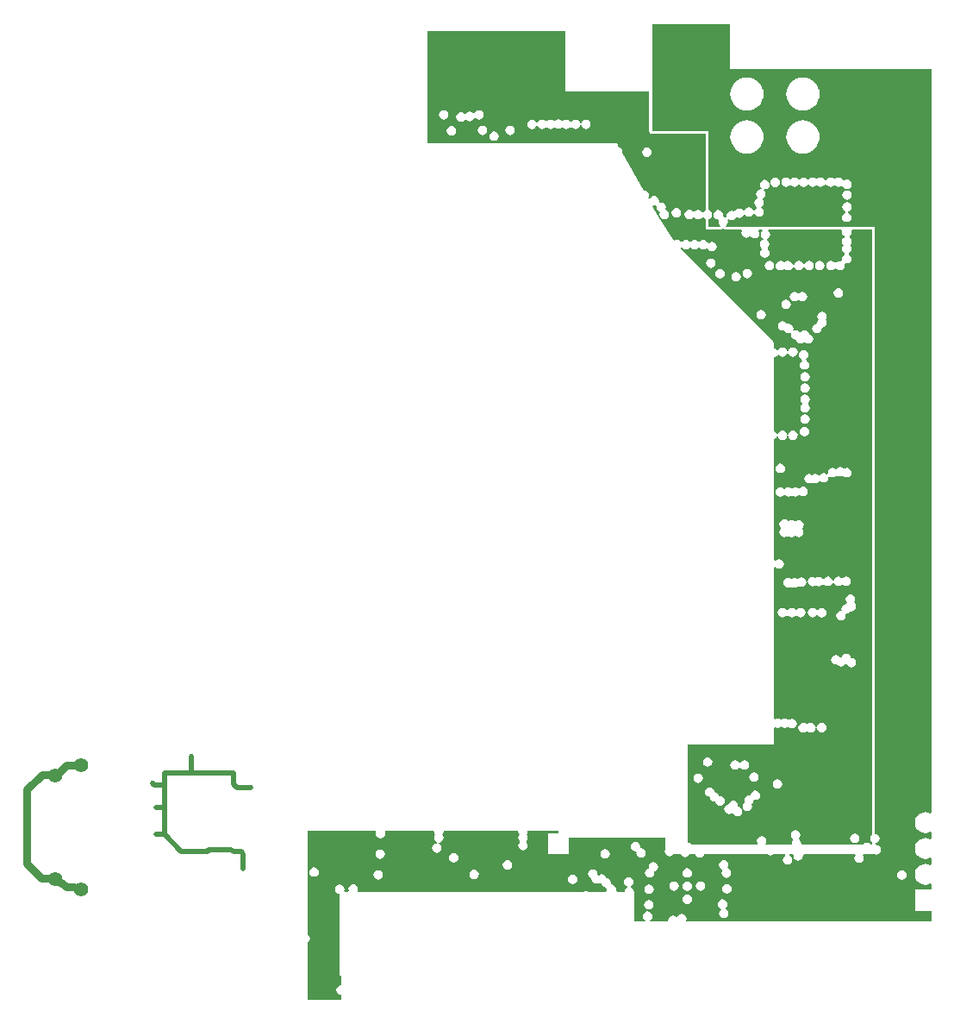
<source format=gbr>
G04*
G04 #@! TF.GenerationSoftware,Altium Limited,Altium Designer,24.2.2 (26)*
G04*
G04 Layer_Physical_Order=5*
G04 Layer_Color=8242323*
%FSLAX25Y25*%
%MOIN*%
G70*
G04*
G04 #@! TF.SameCoordinates,83FD6BF8-7FB9-4712-9294-79CC625926FD*
G04*
G04*
G04 #@! TF.FilePolarity,Positive*
G04*
G01*
G75*
%ADD149C,0.02000*%
%ADD163C,0.05512*%
%ADD165C,0.01600*%
%ADD166C,0.03000*%
G36*
X312673Y-23296D02*
X312656Y-23476D01*
X312673Y-23655D01*
Y-30315D01*
X390551D01*
Y-317623D01*
X390051Y-317882D01*
X389247Y-317549D01*
X388189Y-317410D01*
X387131Y-317549D01*
X386146Y-317957D01*
X385300Y-318607D01*
X384650Y-319453D01*
X384242Y-320439D01*
X384103Y-321496D01*
X384242Y-322554D01*
X384650Y-323539D01*
X385300Y-324385D01*
X386146Y-325035D01*
X387131Y-325443D01*
X388189Y-325582D01*
X389247Y-325443D01*
X390051Y-325110D01*
X390551Y-325369D01*
Y-327623D01*
X390051Y-327882D01*
X389247Y-327549D01*
X388189Y-327410D01*
X387131Y-327549D01*
X386146Y-327957D01*
X385300Y-328607D01*
X384650Y-329453D01*
X384242Y-330438D01*
X384103Y-331496D01*
X384242Y-332554D01*
X384650Y-333539D01*
X385300Y-334385D01*
X386146Y-335035D01*
X387131Y-335443D01*
X388189Y-335582D01*
X389247Y-335443D01*
X390051Y-335110D01*
X390551Y-335369D01*
Y-337623D01*
X390051Y-337882D01*
X389247Y-337549D01*
X388189Y-337410D01*
X387131Y-337549D01*
X386146Y-337957D01*
X385300Y-338607D01*
X384650Y-339453D01*
X384242Y-340439D01*
X384103Y-341496D01*
X384242Y-342554D01*
X384650Y-343539D01*
X385300Y-344385D01*
X386146Y-345035D01*
X387131Y-345443D01*
X388189Y-345582D01*
X389247Y-345443D01*
X390051Y-345110D01*
X390551Y-345369D01*
Y-347445D01*
X384138D01*
Y-355547D01*
X390551D01*
Y-359783D01*
X295921D01*
X295661Y-359372D01*
X295668Y-359283D01*
X295804Y-358602D01*
X295664Y-357900D01*
X295266Y-357305D01*
X294671Y-356907D01*
X293969Y-356767D01*
X293266Y-356907D01*
X292671Y-357305D01*
X292315Y-357837D01*
X292047Y-357922D01*
X291753Y-357951D01*
X291223Y-357596D01*
X290521Y-357457D01*
X289818Y-357596D01*
X289223Y-357994D01*
X288825Y-358590D01*
X288685Y-359292D01*
X288706Y-359397D01*
X288389Y-359783D01*
X281613D01*
X281414Y-359320D01*
X281420Y-359283D01*
X281991Y-358902D01*
X282388Y-358307D01*
X282528Y-357604D01*
X282388Y-356902D01*
X281991Y-356307D01*
X281395Y-355909D01*
X280693Y-355769D01*
X279991Y-355909D01*
X279395Y-356307D01*
X278997Y-356902D01*
X278857Y-357604D01*
X278997Y-358307D01*
X279395Y-358902D01*
X279965Y-359283D01*
X279972Y-359320D01*
X279773Y-359783D01*
X275416D01*
Y-348284D01*
X275416D01*
X275423Y-348213D01*
X275283Y-347510D01*
X274886Y-346915D01*
X274290Y-346517D01*
X274220Y-346503D01*
X274157Y-346243D01*
X274168Y-345983D01*
X274699Y-345628D01*
X275097Y-345033D01*
X275236Y-344331D01*
X275097Y-343628D01*
X274699Y-343033D01*
X274103Y-342635D01*
X273401Y-342495D01*
X272699Y-342635D01*
X272103Y-343033D01*
X271705Y-343628D01*
X271566Y-344331D01*
X271705Y-345033D01*
X272103Y-345628D01*
X272699Y-346026D01*
X272768Y-346040D01*
X272832Y-346300D01*
X272821Y-346560D01*
X272290Y-346915D01*
X271892Y-347510D01*
X271753Y-348213D01*
X271694Y-348284D01*
X268820D01*
X268493Y-347784D01*
X268587Y-347308D01*
X268447Y-346606D01*
X268050Y-346011D01*
X267454Y-345613D01*
X266788Y-345480D01*
X266751Y-345472D01*
X266406Y-345032D01*
X266476Y-344681D01*
X266336Y-343979D01*
X265938Y-343383D01*
X265342Y-342985D01*
X264702Y-342858D01*
X264650Y-342595D01*
X264252Y-342000D01*
X263656Y-341602D01*
X262954Y-341462D01*
X262252Y-341602D01*
X261904Y-341834D01*
X261556Y-341602D01*
X261285Y-341548D01*
X261320Y-341370D01*
X261181Y-340668D01*
X260783Y-340073D01*
X260187Y-339675D01*
X259485Y-339535D01*
X258783Y-339675D01*
X258187Y-340073D01*
X257790Y-340668D01*
X257650Y-341370D01*
X257790Y-342073D01*
X258187Y-342668D01*
X258783Y-343066D01*
X259054Y-343120D01*
X259019Y-343297D01*
X259158Y-344000D01*
X259556Y-344595D01*
X260152Y-344993D01*
X260854Y-345133D01*
X261556Y-344993D01*
X261904Y-344761D01*
X262252Y-344993D01*
X262892Y-345120D01*
X262945Y-345383D01*
X263342Y-345979D01*
X263938Y-346376D01*
X264605Y-346509D01*
X264641Y-346517D01*
X264986Y-346957D01*
X264917Y-347308D01*
X265011Y-347784D01*
X264683Y-348284D01*
X257757D01*
X257519Y-348125D01*
X256817Y-347985D01*
X256115Y-348125D01*
X255877Y-348284D01*
X168751D01*
X168721Y-348228D01*
X168537Y-347784D01*
X168662Y-347155D01*
X168523Y-346452D01*
X168125Y-345857D01*
X167529Y-345459D01*
X166827Y-345319D01*
X166125Y-345459D01*
X165529Y-345857D01*
X165132Y-346452D01*
X164992Y-347155D01*
X165117Y-347784D01*
X164933Y-348228D01*
X164903Y-348284D01*
X163649D01*
X163368Y-347784D01*
X163483Y-347208D01*
X163343Y-346505D01*
X162945Y-345910D01*
X162350Y-345512D01*
X161648Y-345373D01*
X160945Y-345512D01*
X160350Y-345910D01*
X159952Y-346505D01*
X159812Y-347208D01*
X159952Y-347910D01*
X160350Y-348506D01*
X160945Y-348903D01*
X161592Y-349032D01*
Y-380600D01*
X161696Y-380525D01*
X162141Y-380751D01*
Y-384331D01*
X161439Y-384471D01*
X160844Y-384869D01*
X160446Y-385464D01*
X160306Y-386167D01*
X160446Y-386869D01*
X160844Y-387464D01*
X161439Y-387862D01*
X162141Y-388002D01*
Y-389897D01*
X149144D01*
Y-367780D01*
X149555Y-367506D01*
X149953Y-366911D01*
X150093Y-366208D01*
X149953Y-365506D01*
X149555Y-364911D01*
X149144Y-364636D01*
Y-324530D01*
X175543D01*
X175778Y-324971D01*
X175706Y-325079D01*
X175566Y-325781D01*
X175706Y-326484D01*
X176104Y-327079D01*
X176699Y-327477D01*
X177401Y-327617D01*
X178104Y-327477D01*
X178699Y-327079D01*
X179097Y-326484D01*
X179237Y-325781D01*
X179097Y-325079D01*
X179025Y-324971D01*
X179261Y-324530D01*
X197874D01*
X198127Y-324838D01*
X198266Y-325540D01*
X198652Y-326117D01*
X198266Y-326695D01*
X198127Y-327397D01*
X198266Y-328099D01*
X198664Y-328695D01*
X199216Y-329063D01*
X199216Y-329092D01*
X199190Y-329321D01*
X199118Y-329554D01*
X198510Y-329675D01*
X197915Y-330072D01*
X197517Y-330668D01*
X197377Y-331370D01*
X197517Y-332072D01*
X197915Y-332668D01*
X198510Y-333066D01*
X199213Y-333206D01*
X199915Y-333066D01*
X200510Y-332668D01*
X200908Y-332072D01*
X201048Y-331370D01*
X200908Y-330668D01*
X200510Y-330072D01*
X199959Y-329704D01*
X199959Y-329675D01*
X199985Y-329446D01*
X200056Y-329214D01*
X200664Y-329093D01*
X201260Y-328695D01*
X201658Y-328099D01*
X201797Y-327397D01*
X201658Y-326695D01*
X201272Y-326117D01*
X201658Y-325540D01*
X201797Y-324838D01*
X202050Y-324530D01*
X230426D01*
X230661Y-324816D01*
X230800Y-325519D01*
X231184Y-326093D01*
X230789Y-326684D01*
X230650Y-327386D01*
X230789Y-328088D01*
X231083Y-328528D01*
X231155Y-328856D01*
X231087Y-329218D01*
X230800Y-329647D01*
X230661Y-330350D01*
X230800Y-331052D01*
X231198Y-331647D01*
X231793Y-332045D01*
X232496Y-332185D01*
X233198Y-332045D01*
X233794Y-331647D01*
X234191Y-331052D01*
X234331Y-330350D01*
X234191Y-329647D01*
X233898Y-329208D01*
X233826Y-328880D01*
X233894Y-328518D01*
X234181Y-328088D01*
X234320Y-327386D01*
X234181Y-326684D01*
X233797Y-326109D01*
X234191Y-325519D01*
X234331Y-324816D01*
X234566Y-324530D01*
X246132D01*
Y-325535D01*
X242142D01*
Y-333638D01*
X250244D01*
Y-327169D01*
X287647D01*
Y-331812D01*
X287512Y-332015D01*
X287372Y-332718D01*
X287512Y-333420D01*
X287647Y-333623D01*
Y-333739D01*
X287725D01*
X287910Y-334015D01*
X288505Y-334413D01*
X289207Y-334553D01*
X289910Y-334413D01*
X290505Y-334015D01*
X290689Y-333739D01*
X293464D01*
X293839Y-334301D01*
X294435Y-334699D01*
X295137Y-334838D01*
X295839Y-334699D01*
X296435Y-334301D01*
X296810Y-333739D01*
X299199D01*
X299241Y-333953D01*
X299639Y-334548D01*
X300234Y-334946D01*
X300937Y-335086D01*
X301639Y-334946D01*
X302234Y-334548D01*
X302632Y-333953D01*
X302675Y-333739D01*
X326923D01*
X326932Y-333753D01*
X327527Y-334151D01*
X328230Y-334290D01*
X328932Y-334151D01*
X329528Y-333753D01*
X329536Y-333739D01*
X333936D01*
X333988Y-333881D01*
X334019Y-334240D01*
X333504Y-334584D01*
X333106Y-335179D01*
X332967Y-335881D01*
X333106Y-336584D01*
X333504Y-337179D01*
X334100Y-337577D01*
X334802Y-337717D01*
X335504Y-337577D01*
X336100Y-337179D01*
X336498Y-336584D01*
X336637Y-335881D01*
X336498Y-335179D01*
X336100Y-334584D01*
X335585Y-334240D01*
X335598Y-333739D01*
X335674Y-333654D01*
X336830D01*
X337239Y-334154D01*
X337178Y-334457D01*
X337318Y-335159D01*
X337716Y-335755D01*
X338311Y-336153D01*
X339014Y-336292D01*
X339716Y-336153D01*
X340311Y-335755D01*
X340709Y-335159D01*
X340849Y-334457D01*
X340789Y-334154D01*
X341197Y-333654D01*
X360918D01*
X361134Y-334154D01*
X360844Y-334588D01*
X360704Y-335291D01*
X360844Y-335993D01*
X361242Y-336589D01*
X361837Y-336986D01*
X362539Y-337126D01*
X363242Y-336986D01*
X363837Y-336589D01*
X364235Y-335993D01*
X364374Y-335291D01*
X364235Y-334588D01*
X363944Y-334154D01*
X364160Y-333654D01*
X368386D01*
X368458Y-333701D01*
X369160Y-333841D01*
X369862Y-333701D01*
X370458Y-333303D01*
X370855Y-332708D01*
X370995Y-332006D01*
X370855Y-331303D01*
X370458Y-330708D01*
X369862Y-330310D01*
X369160Y-330170D01*
X368846Y-329778D01*
X368899Y-329459D01*
X369375Y-329365D01*
X369970Y-328967D01*
X370368Y-328372D01*
X370508Y-327669D01*
X370368Y-326967D01*
X369970Y-326372D01*
X369375Y-325974D01*
X368672Y-325834D01*
Y-91339D01*
X310948D01*
X310796Y-90839D01*
X311215Y-90559D01*
X311613Y-89963D01*
X311753Y-89261D01*
X311647Y-88728D01*
X312068Y-88408D01*
X312375Y-88613D01*
X313078Y-88753D01*
X313780Y-88613D01*
X314375Y-88215D01*
X314633Y-87830D01*
X315241Y-87635D01*
X315408Y-87747D01*
X316110Y-87886D01*
X316813Y-87747D01*
X317408Y-87349D01*
X317806Y-86753D01*
X317844Y-86565D01*
X318374Y-86459D01*
X318624Y-86832D01*
X319219Y-87230D01*
X319921Y-87370D01*
X320624Y-87230D01*
X321219Y-86832D01*
X321568Y-86311D01*
X321886Y-86304D01*
X322093Y-86355D01*
X322481Y-86936D01*
X323077Y-87334D01*
X323779Y-87473D01*
X324481Y-87334D01*
X325077Y-86936D01*
X325475Y-86341D01*
X325614Y-85638D01*
X325475Y-84936D01*
X325077Y-84341D01*
X324690Y-84082D01*
Y-83513D01*
X325077Y-83255D01*
X325475Y-82659D01*
X325614Y-81957D01*
X325475Y-81255D01*
X325178Y-80810D01*
X325206Y-80429D01*
X325322Y-80222D01*
X325811Y-79895D01*
X326209Y-79300D01*
X326349Y-78597D01*
X326209Y-77895D01*
X325811Y-77300D01*
X325553Y-77127D01*
X325748Y-76656D01*
X326034Y-76713D01*
X326736Y-76573D01*
X327331Y-76176D01*
X327729Y-75580D01*
X327869Y-74878D01*
X327729Y-74176D01*
X327331Y-73580D01*
X326736Y-73182D01*
X326034Y-73043D01*
X325331Y-73182D01*
X324736Y-73580D01*
X324338Y-74176D01*
X324199Y-74878D01*
X324338Y-75580D01*
X324736Y-76176D01*
X324994Y-76348D01*
X324799Y-76819D01*
X324513Y-76762D01*
X323811Y-76902D01*
X323216Y-77300D01*
X322818Y-77895D01*
X322678Y-78597D01*
X322818Y-79300D01*
X323115Y-79744D01*
X323087Y-80125D01*
X322970Y-80332D01*
X322481Y-80659D01*
X322083Y-81255D01*
X321944Y-81957D01*
X322083Y-82659D01*
X322481Y-83255D01*
X322868Y-83513D01*
Y-84082D01*
X322481Y-84341D01*
X322133Y-84862D01*
X321814Y-84869D01*
X321607Y-84817D01*
X321219Y-84237D01*
X320624Y-83839D01*
X319921Y-83699D01*
X319219Y-83839D01*
X318624Y-84237D01*
X318226Y-84832D01*
X318188Y-85021D01*
X317657Y-85126D01*
X317408Y-84753D01*
X316813Y-84355D01*
X316110Y-84216D01*
X315408Y-84355D01*
X314813Y-84753D01*
X314555Y-85139D01*
X313947Y-85334D01*
X313780Y-85222D01*
X313078Y-85082D01*
X312375Y-85222D01*
X311780Y-85620D01*
X311382Y-86215D01*
X311242Y-86918D01*
X311349Y-87451D01*
X310928Y-87771D01*
X310620Y-87565D01*
X310186Y-87479D01*
X309907Y-87371D01*
X309823Y-86936D01*
X309888Y-86607D01*
X309748Y-85905D01*
X309350Y-85309D01*
X308755Y-84911D01*
X308053Y-84772D01*
X307350Y-84911D01*
X306755Y-85309D01*
X306357Y-85905D01*
X306218Y-86607D01*
X306357Y-87309D01*
X306755Y-87905D01*
X307350Y-88302D01*
X307785Y-88389D01*
X308063Y-88497D01*
X308148Y-88932D01*
X308082Y-89261D01*
X308222Y-89963D01*
X308620Y-90559D01*
X309039Y-90839D01*
X308887Y-91339D01*
X304105D01*
Y-88285D01*
X304553Y-88196D01*
X305148Y-87799D01*
X305546Y-87203D01*
X305685Y-86501D01*
X305546Y-85799D01*
X305148Y-85203D01*
X304553Y-84805D01*
X304105Y-84716D01*
Y-54445D01*
X282401D01*
Y-12992D01*
X312673D01*
Y-23296D01*
D02*
G37*
G36*
X249007Y-38976D02*
X281382D01*
Y-54445D01*
X281459Y-54835D01*
X281680Y-55166D01*
X282011Y-55387D01*
X282401Y-55465D01*
X303086D01*
Y-84716D01*
X303105Y-84815D01*
Y-84834D01*
X302553Y-85203D01*
X302302Y-85578D01*
X301721Y-85609D01*
X301495Y-85269D01*
X300899Y-84872D01*
X300197Y-84732D01*
X299495Y-84872D01*
X298899Y-85269D01*
X298835Y-85366D01*
X298234D01*
X298125Y-85203D01*
X297529Y-84805D01*
X296827Y-84666D01*
X296125Y-84805D01*
X295529Y-85203D01*
X295131Y-85799D01*
X294992Y-86501D01*
X295131Y-87203D01*
X295529Y-87799D01*
X296125Y-88196D01*
X296827Y-88336D01*
X297529Y-88196D01*
X298125Y-87799D01*
X298189Y-87702D01*
X298791D01*
X298899Y-87865D01*
X299495Y-88263D01*
X300197Y-88402D01*
X300899Y-88263D01*
X301495Y-87865D01*
X301745Y-87490D01*
X302326Y-87459D01*
X302553Y-87799D01*
X303105Y-88168D01*
Y-88187D01*
X303086Y-88285D01*
Y-91339D01*
X303164Y-91729D01*
X303384Y-92059D01*
X303715Y-92281D01*
X304105Y-92358D01*
X308887D01*
X308937Y-92348D01*
X308987Y-92353D01*
X309130Y-92310D01*
X309277Y-92281D01*
X309319Y-92252D01*
X309368Y-92238D01*
X309483Y-92143D01*
X309608Y-92059D01*
X309636Y-92018D01*
X309648Y-92013D01*
X309917Y-91994D01*
X310187Y-92013D01*
X310199Y-92018D01*
X310227Y-92059D01*
X310352Y-92143D01*
X310468Y-92238D01*
X310516Y-92252D01*
X310558Y-92281D01*
X310705Y-92310D01*
X310848Y-92353D01*
X310898Y-92348D01*
X310948Y-92358D01*
X316959D01*
X317226Y-92858D01*
X317112Y-93028D01*
X316973Y-93731D01*
X317112Y-94433D01*
X317510Y-95028D01*
X318106Y-95426D01*
X318808Y-95566D01*
X319510Y-95426D01*
X320106Y-95028D01*
X320698Y-95042D01*
X320797Y-95190D01*
X321393Y-95588D01*
X322095Y-95727D01*
X322797Y-95588D01*
X323393Y-95190D01*
X323791Y-94594D01*
X323930Y-93892D01*
X323791Y-93190D01*
X323569Y-92858D01*
X323836Y-92358D01*
X325001D01*
X325152Y-92858D01*
X324971Y-92979D01*
X324573Y-93575D01*
X324434Y-94277D01*
X324573Y-94979D01*
X324971Y-95575D01*
X325401Y-95862D01*
X325303Y-96391D01*
X325205Y-96411D01*
X324610Y-96808D01*
X324212Y-97404D01*
X324072Y-98106D01*
X324212Y-98808D01*
X324610Y-99404D01*
X324805Y-99534D01*
Y-99968D01*
X324732Y-100087D01*
X324338Y-100676D01*
X324199Y-101378D01*
X324338Y-102080D01*
X324736Y-102676D01*
X325331Y-103074D01*
X326034Y-103213D01*
X326736Y-103074D01*
X327331Y-102676D01*
X327729Y-102080D01*
X327869Y-101378D01*
X327729Y-100676D01*
X327331Y-100080D01*
X327136Y-99950D01*
Y-99516D01*
X327209Y-99397D01*
X327603Y-98808D01*
X327743Y-98106D01*
X327603Y-97404D01*
X327205Y-96808D01*
X326775Y-96521D01*
X326873Y-95992D01*
X326971Y-95973D01*
X327567Y-95575D01*
X327964Y-94979D01*
X328104Y-94277D01*
X327964Y-93575D01*
X327567Y-92979D01*
X327385Y-92858D01*
X327537Y-92358D01*
X355605D01*
X355981Y-92858D01*
X355906Y-93232D01*
X356046Y-93934D01*
X356444Y-94530D01*
X356749Y-94733D01*
Y-95335D01*
X356444Y-95538D01*
X356046Y-96134D01*
X355906Y-96836D01*
X356046Y-97538D01*
X356305Y-97926D01*
X356403Y-98284D01*
X356305Y-98642D01*
X356046Y-99029D01*
X355906Y-99732D01*
X356046Y-100434D01*
X356444Y-101030D01*
X357031Y-101422D01*
X357039Y-101469D01*
Y-101889D01*
X357031Y-101936D01*
X356444Y-102328D01*
X356046Y-102923D01*
X355906Y-103626D01*
X356002Y-104105D01*
X355995Y-104120D01*
X355603Y-104497D01*
X355105Y-104397D01*
X354403Y-104537D01*
X353808Y-104935D01*
X353675Y-105133D01*
X353074D01*
X352941Y-104935D01*
X352346Y-104537D01*
X351644Y-104397D01*
X350941Y-104537D01*
X350346Y-104935D01*
X349948Y-105531D01*
X349808Y-106233D01*
X349948Y-106935D01*
X350346Y-107530D01*
X350941Y-107928D01*
X351644Y-108068D01*
X352346Y-107928D01*
X352941Y-107530D01*
X353074Y-107332D01*
X353675D01*
X353808Y-107530D01*
X354403Y-107928D01*
X355105Y-108068D01*
X355808Y-107928D01*
X356403Y-107530D01*
X356801Y-106935D01*
X356941Y-106233D01*
X356845Y-105754D01*
X356852Y-105738D01*
X357244Y-105362D01*
X357742Y-105461D01*
X358444Y-105321D01*
X359039Y-104923D01*
X359437Y-104328D01*
X359577Y-103626D01*
X359437Y-102923D01*
X359039Y-102328D01*
X358452Y-101936D01*
X358444Y-101889D01*
Y-101469D01*
X358452Y-101422D01*
X359039Y-101030D01*
X359437Y-100434D01*
X359577Y-99732D01*
X359437Y-99029D01*
X359178Y-98642D01*
X359080Y-98284D01*
X359178Y-97926D01*
X359437Y-97538D01*
X359577Y-96836D01*
X359437Y-96134D01*
X359039Y-95538D01*
X358734Y-95335D01*
Y-94733D01*
X359039Y-94530D01*
X359437Y-93934D01*
X359577Y-93232D01*
X359503Y-92858D01*
X359878Y-92358D01*
X367474D01*
Y-326305D01*
X367375Y-326372D01*
X366977Y-326967D01*
X366837Y-327669D01*
X366977Y-328372D01*
X367375Y-328967D01*
X367474Y-329033D01*
Y-330028D01*
X366981D01*
X366759Y-329696D01*
X366164Y-329298D01*
X365461Y-329158D01*
X364759Y-329298D01*
X364164Y-329696D01*
X363942Y-330028D01*
X340417D01*
X340099Y-329642D01*
X340123Y-329525D01*
X339983Y-328822D01*
X339585Y-328227D01*
X339397Y-328101D01*
X339233Y-327608D01*
X339631Y-327013D01*
X339771Y-326311D01*
X339631Y-325608D01*
X339233Y-325013D01*
X338638Y-324615D01*
X337936Y-324476D01*
X337233Y-324615D01*
X336638Y-325013D01*
X336240Y-325608D01*
X336100Y-326311D01*
X336240Y-327013D01*
X336638Y-327609D01*
X336827Y-327735D01*
X336990Y-328227D01*
X336592Y-328822D01*
X336452Y-329525D01*
X336475Y-329642D01*
X336158Y-330028D01*
X326630D01*
X326362Y-329528D01*
X326565Y-329225D01*
X326705Y-328523D01*
X326565Y-327821D01*
X326167Y-327225D01*
X325572Y-326827D01*
X324869Y-326688D01*
X324167Y-326827D01*
X323571Y-327225D01*
X323174Y-327821D01*
X323034Y-328523D01*
X323174Y-329225D01*
X323376Y-329528D01*
X323109Y-330028D01*
X297632D01*
X297449Y-329754D01*
X296854Y-329357D01*
X296152Y-329217D01*
Y-291350D01*
X329677D01*
Y-284956D01*
X330177Y-284689D01*
X330351Y-284805D01*
X331053Y-284945D01*
X331756Y-284805D01*
X332351Y-284407D01*
X332451D01*
X333047Y-284805D01*
X333749Y-284945D01*
X334452Y-284805D01*
X334760Y-284599D01*
X335312Y-284525D01*
X335907Y-284923D01*
X336610Y-285063D01*
X337312Y-284923D01*
X337908Y-284525D01*
X338305Y-283930D01*
X338445Y-283228D01*
X338305Y-282525D01*
X337908Y-281930D01*
X337312Y-281532D01*
X336610Y-281392D01*
X335907Y-281532D01*
X335599Y-281738D01*
X335047Y-281812D01*
X334452Y-281414D01*
X333749Y-281274D01*
X333047Y-281414D01*
X332798Y-281580D01*
X332401Y-281786D01*
X332005Y-281580D01*
X331756Y-281414D01*
X331053Y-281274D01*
X330351Y-281414D01*
X330177Y-281530D01*
X329677Y-281263D01*
Y-222862D01*
X330177Y-222710D01*
X330298Y-222891D01*
X330893Y-223289D01*
X331596Y-223429D01*
X332298Y-223289D01*
X332893Y-222891D01*
X333291Y-222296D01*
X333431Y-221593D01*
X333291Y-220891D01*
X332893Y-220296D01*
X332298Y-219898D01*
X331596Y-219758D01*
X330893Y-219898D01*
X330298Y-220296D01*
X330216Y-220418D01*
X330132Y-220433D01*
X329677Y-220145D01*
Y-173415D01*
X330138Y-173106D01*
X330536Y-172511D01*
X330564Y-172370D01*
X331074D01*
X331102Y-172511D01*
X331500Y-173106D01*
X332095Y-173504D01*
X332798Y-173644D01*
X333500Y-173504D01*
X334095Y-173106D01*
X334493Y-172511D01*
X334566Y-172146D01*
X334604Y-171955D01*
X335114D01*
X335152Y-172146D01*
X335224Y-172511D01*
X335622Y-173106D01*
X336217Y-173504D01*
X336920Y-173644D01*
X337622Y-173504D01*
X338217Y-173106D01*
X338615Y-172511D01*
X338755Y-171809D01*
X338615Y-171106D01*
X338217Y-170511D01*
X337622Y-170113D01*
X336920Y-169973D01*
X336217Y-170113D01*
X335622Y-170511D01*
X335224Y-171106D01*
X335152Y-171471D01*
X335114Y-171662D01*
X334604D01*
X334566Y-171471D01*
X334493Y-171106D01*
X334095Y-170511D01*
X333500Y-170113D01*
X332798Y-169973D01*
X332095Y-170113D01*
X331500Y-170511D01*
X331102Y-171106D01*
X331074Y-171247D01*
X330564D01*
X330536Y-171106D01*
X330138Y-170511D01*
X329677Y-170203D01*
Y-141780D01*
X329990Y-141718D01*
X330585Y-141320D01*
X330916Y-140825D01*
X331303Y-140756D01*
X331483Y-140774D01*
X331675Y-141061D01*
X332271Y-141459D01*
X332973Y-141599D01*
X333675Y-141459D01*
X334271Y-141061D01*
X334668Y-140466D01*
X334694Y-140336D01*
X335204D01*
X335230Y-140466D01*
X335628Y-141061D01*
X336223Y-141459D01*
X336926Y-141599D01*
X337628Y-141459D01*
X338223Y-141061D01*
X338621Y-140466D01*
X338761Y-139764D01*
X338621Y-139061D01*
X338223Y-138466D01*
X337628Y-138068D01*
X336926Y-137928D01*
X336223Y-138068D01*
X335628Y-138466D01*
X335230Y-139061D01*
X335204Y-139192D01*
X334694D01*
X334668Y-139061D01*
X334271Y-138466D01*
X333675Y-138068D01*
X332973Y-137928D01*
X332271Y-138068D01*
X331675Y-138466D01*
X331345Y-138961D01*
X330958Y-139030D01*
X330777Y-139012D01*
X330585Y-138724D01*
X329990Y-138326D01*
X329677Y-138264D01*
Y-135965D01*
X293451Y-99739D01*
X293625Y-99265D01*
X294114D01*
X294250Y-99467D01*
X294845Y-99865D01*
X295548Y-100004D01*
X296250Y-99865D01*
X296845Y-99467D01*
X296978Y-99268D01*
X297478D01*
X297596Y-99444D01*
X298192Y-99842D01*
X298894Y-99982D01*
X299596Y-99842D01*
X300192Y-99444D01*
X300337Y-99226D01*
X300837D01*
X300983Y-99444D01*
X301578Y-99842D01*
X302280Y-99982D01*
X302983Y-99842D01*
X303351Y-99596D01*
X303829Y-99668D01*
X303934Y-99762D01*
X304274Y-100270D01*
X304869Y-100668D01*
X305572Y-100808D01*
X306274Y-100668D01*
X306870Y-100270D01*
X307267Y-99675D01*
X307407Y-98972D01*
X307267Y-98270D01*
X306870Y-97675D01*
X306274Y-97277D01*
X305572Y-97137D01*
X304869Y-97277D01*
X304502Y-97523D01*
X304023Y-97451D01*
X303918Y-97357D01*
X303578Y-96849D01*
X302983Y-96451D01*
X302280Y-96311D01*
X301578Y-96451D01*
X300983Y-96849D01*
X300837Y-97066D01*
X300337D01*
X300192Y-96849D01*
X299596Y-96451D01*
X298894Y-96311D01*
X298192Y-96451D01*
X297596Y-96849D01*
X297463Y-97048D01*
X296963D01*
X296845Y-96872D01*
X296250Y-96474D01*
X295548Y-96334D01*
X294845Y-96474D01*
X294250Y-96872D01*
X294130Y-97051D01*
X293529D01*
X293393Y-96849D01*
X292798Y-96451D01*
X292095Y-96311D01*
X291393Y-96451D01*
X290972Y-96732D01*
X285840Y-89070D01*
X284370Y-86476D01*
X282616Y-83383D01*
X282939Y-82937D01*
X283238Y-82997D01*
X283766Y-82892D01*
X284141Y-83183D01*
X284199Y-83277D01*
X284121Y-83670D01*
X284261Y-84372D01*
X284659Y-84967D01*
X285166Y-85307D01*
X285453Y-85777D01*
X285314Y-86480D01*
X285453Y-87182D01*
X285851Y-87777D01*
X286446Y-88175D01*
X287149Y-88315D01*
X287851Y-88175D01*
X288446Y-87777D01*
X288844Y-87182D01*
X288984Y-86480D01*
X288844Y-85777D01*
X288446Y-85182D01*
X287939Y-84843D01*
X287652Y-84372D01*
X287792Y-83670D01*
X287652Y-82968D01*
X287254Y-82372D01*
X286659Y-81974D01*
X285956Y-81835D01*
X285429Y-81940D01*
X285053Y-81648D01*
X284996Y-81555D01*
X285074Y-81162D01*
X284934Y-80459D01*
X284536Y-79864D01*
X283941Y-79466D01*
X283238Y-79326D01*
X282536Y-79466D01*
X281941Y-79864D01*
X281610Y-80360D01*
X281212Y-80384D01*
X281060Y-80350D01*
X280903Y-80082D01*
X281103Y-79781D01*
X281243Y-79079D01*
X281103Y-78377D01*
X280706Y-77781D01*
X280110Y-77383D01*
X279408Y-77244D01*
X279164Y-77292D01*
X270909Y-62729D01*
X270993Y-62303D01*
X270854Y-61601D01*
X270456Y-61005D01*
X269861Y-60607D01*
X269687Y-60573D01*
X268735Y-58893D01*
X195630D01*
Y-52079D01*
Y-15748D01*
X249007D01*
Y-38976D01*
D02*
G37*
%LPC*%
G36*
X340754Y-33567D02*
X339496Y-33691D01*
X338287Y-34057D01*
X337173Y-34653D01*
X336197Y-35454D01*
X335395Y-36431D01*
X334800Y-37545D01*
X334433Y-38754D01*
X334309Y-40011D01*
X334433Y-41269D01*
X334800Y-42477D01*
X335395Y-43592D01*
X336197Y-44568D01*
X337173Y-45370D01*
X338287Y-45965D01*
X339496Y-46332D01*
X340754Y-46456D01*
X342011Y-46332D01*
X343220Y-45965D01*
X344334Y-45370D01*
X345310Y-44568D01*
X346112Y-43592D01*
X346707Y-42477D01*
X347074Y-41269D01*
X347198Y-40011D01*
X347074Y-38754D01*
X346707Y-37545D01*
X346112Y-36431D01*
X345310Y-35454D01*
X344334Y-34653D01*
X343220Y-34057D01*
X342011Y-33691D01*
X340754Y-33567D01*
D02*
G37*
G36*
X319100D02*
X317843Y-33691D01*
X316634Y-34057D01*
X315520Y-34653D01*
X314543Y-35454D01*
X313742Y-36431D01*
X313146Y-37545D01*
X312779Y-38754D01*
X312656Y-40011D01*
X312779Y-41269D01*
X313146Y-42477D01*
X313742Y-43592D01*
X314543Y-44568D01*
X315520Y-45370D01*
X316634Y-45965D01*
X317843Y-46332D01*
X319100Y-46456D01*
X320357Y-46332D01*
X321566Y-45965D01*
X322680Y-45370D01*
X323657Y-44568D01*
X324458Y-43592D01*
X325054Y-42477D01*
X325421Y-41269D01*
X325544Y-40011D01*
X325421Y-38754D01*
X325054Y-37545D01*
X324458Y-36431D01*
X323657Y-35454D01*
X322680Y-34653D01*
X321566Y-34057D01*
X320357Y-33691D01*
X319100Y-33567D01*
D02*
G37*
G36*
X340754Y-50102D02*
X339496Y-50226D01*
X338287Y-50593D01*
X337173Y-51188D01*
X336197Y-51990D01*
X335395Y-52966D01*
X334800Y-54080D01*
X334433Y-55290D01*
X334309Y-56547D01*
X334433Y-57804D01*
X334800Y-59013D01*
X335395Y-60127D01*
X336197Y-61104D01*
X337173Y-61905D01*
X338287Y-62501D01*
X339496Y-62867D01*
X340754Y-62991D01*
X342011Y-62867D01*
X343220Y-62501D01*
X344334Y-61905D01*
X345310Y-61104D01*
X346112Y-60127D01*
X346707Y-59013D01*
X347074Y-57804D01*
X347198Y-56547D01*
X347074Y-55290D01*
X346707Y-54080D01*
X346112Y-52966D01*
X345310Y-51990D01*
X344334Y-51188D01*
X343220Y-50593D01*
X342011Y-50226D01*
X340754Y-50102D01*
D02*
G37*
G36*
X319100D02*
X317843Y-50226D01*
X316634Y-50593D01*
X315520Y-51188D01*
X314543Y-51990D01*
X313742Y-52966D01*
X313146Y-54080D01*
X312779Y-55290D01*
X312656Y-56547D01*
X312779Y-57804D01*
X313146Y-59013D01*
X313742Y-60127D01*
X314543Y-61104D01*
X315520Y-61905D01*
X316634Y-62501D01*
X317843Y-62867D01*
X319100Y-62991D01*
X320357Y-62867D01*
X321566Y-62501D01*
X322680Y-61905D01*
X323657Y-61104D01*
X324458Y-60127D01*
X325054Y-59013D01*
X325421Y-57804D01*
X325544Y-56547D01*
X325421Y-55290D01*
X325054Y-54080D01*
X324458Y-52966D01*
X323657Y-51990D01*
X322680Y-51188D01*
X321566Y-50593D01*
X320357Y-50226D01*
X319100Y-50102D01*
D02*
G37*
G36*
X354581Y-72263D02*
X353879Y-72402D01*
X353284Y-72800D01*
X353278Y-72809D01*
X352778D01*
X352772Y-72800D01*
X352177Y-72402D01*
X351474Y-72263D01*
X350772Y-72402D01*
X350177Y-72800D01*
X349827Y-73324D01*
X349555Y-73363D01*
X349283Y-73324D01*
X348934Y-72800D01*
X348338Y-72402D01*
X347636Y-72263D01*
X346934Y-72402D01*
X346338Y-72800D01*
X345914D01*
X345319Y-72402D01*
X344616Y-72263D01*
X343914Y-72402D01*
X343319Y-72800D01*
X343117Y-73101D01*
X342516D01*
X342326Y-72817D01*
X341731Y-72419D01*
X341028Y-72280D01*
X340326Y-72419D01*
X339731Y-72817D01*
X339563Y-73068D01*
X338962D01*
X338783Y-72800D01*
X338187Y-72402D01*
X337485Y-72263D01*
X336783Y-72402D01*
X336187Y-72800D01*
X336134Y-72881D01*
X335634D01*
X335580Y-72800D01*
X334984Y-72402D01*
X334282Y-72263D01*
X333580Y-72402D01*
X332984Y-72800D01*
X332587Y-73395D01*
X332447Y-74098D01*
X332587Y-74800D01*
X332984Y-75396D01*
X333580Y-75793D01*
X334282Y-75933D01*
X334984Y-75793D01*
X335580Y-75396D01*
X335634Y-75315D01*
X336134D01*
X336187Y-75396D01*
X336783Y-75793D01*
X337485Y-75933D01*
X338187Y-75793D01*
X338783Y-75396D01*
X338950Y-75145D01*
X339552D01*
X339731Y-75413D01*
X340326Y-75810D01*
X341028Y-75950D01*
X341731Y-75810D01*
X342326Y-75413D01*
X342527Y-75111D01*
X343129D01*
X343319Y-75396D01*
X343914Y-75793D01*
X344616Y-75933D01*
X345319Y-75793D01*
X345914Y-75396D01*
X346338D01*
X346934Y-75793D01*
X347636Y-75933D01*
X348338Y-75793D01*
X348934Y-75396D01*
X349283Y-74872D01*
X349555Y-74832D01*
X349827Y-74872D01*
X350177Y-75396D01*
X350772Y-75793D01*
X351474Y-75933D01*
X352177Y-75793D01*
X352772Y-75396D01*
X352778Y-75387D01*
X353278D01*
X353284Y-75396D01*
X353879Y-75793D01*
X354581Y-75933D01*
X355284Y-75793D01*
X355674Y-75533D01*
X356051Y-75512D01*
X356292Y-75675D01*
X356576Y-76101D01*
X357172Y-76499D01*
X357874Y-76638D01*
X358576Y-76499D01*
X359172Y-76101D01*
X359570Y-75506D01*
X359709Y-74803D01*
X359570Y-74101D01*
X359172Y-73505D01*
X358576Y-73108D01*
X357874Y-72968D01*
X357172Y-73108D01*
X356781Y-73368D01*
X356404Y-73389D01*
X356164Y-73226D01*
X355879Y-72800D01*
X355284Y-72402D01*
X354581Y-72263D01*
D02*
G37*
G36*
X330082Y-72319D02*
X329380Y-72459D01*
X328784Y-72857D01*
X328386Y-73452D01*
X328247Y-74155D01*
X328386Y-74857D01*
X328784Y-75452D01*
X329380Y-75850D01*
X330082Y-75990D01*
X330784Y-75850D01*
X331380Y-75452D01*
X331778Y-74857D01*
X331917Y-74155D01*
X331778Y-73452D01*
X331380Y-72857D01*
X330784Y-72459D01*
X330082Y-72319D01*
D02*
G37*
G36*
X357874Y-77244D02*
X357172Y-77383D01*
X356576Y-77781D01*
X356178Y-78377D01*
X356039Y-79079D01*
X356178Y-79781D01*
X356576Y-80376D01*
X357172Y-80774D01*
X357874Y-80914D01*
X358576Y-80774D01*
X359172Y-80376D01*
X359570Y-79781D01*
X359709Y-79079D01*
X359570Y-78377D01*
X359172Y-77781D01*
X358576Y-77383D01*
X357874Y-77244D01*
D02*
G37*
G36*
Y-81795D02*
X357172Y-81935D01*
X356576Y-82332D01*
X356178Y-82928D01*
X356039Y-83630D01*
X356178Y-84333D01*
X356576Y-84928D01*
X357172Y-85326D01*
X357315Y-85354D01*
Y-85864D01*
X357039Y-85919D01*
X356444Y-86317D01*
X356046Y-86912D01*
X355906Y-87615D01*
X356046Y-88317D01*
X356444Y-88912D01*
X357039Y-89310D01*
X357742Y-89450D01*
X358444Y-89310D01*
X359039Y-88912D01*
X359437Y-88317D01*
X359577Y-87615D01*
X359437Y-86912D01*
X359039Y-86317D01*
X358444Y-85919D01*
X358301Y-85890D01*
Y-85381D01*
X358576Y-85326D01*
X359172Y-84928D01*
X359570Y-84333D01*
X359709Y-83630D01*
X359570Y-82928D01*
X359172Y-82332D01*
X358576Y-81935D01*
X357874Y-81795D01*
D02*
G37*
G36*
X276022Y-328866D02*
X275320Y-329006D01*
X274725Y-329404D01*
X274327Y-329999D01*
X274187Y-330701D01*
X274327Y-331404D01*
X274725Y-331999D01*
X275320Y-332397D01*
X276022Y-332537D01*
X276402Y-332971D01*
X276347Y-333251D01*
X276486Y-333953D01*
X276884Y-334548D01*
X277480Y-334946D01*
X278182Y-335086D01*
X278884Y-334946D01*
X279480Y-334548D01*
X279877Y-333953D01*
X280017Y-333251D01*
X279877Y-332548D01*
X279480Y-331953D01*
X278884Y-331555D01*
X278182Y-331415D01*
X277802Y-330981D01*
X277858Y-330701D01*
X277718Y-329999D01*
X277320Y-329404D01*
X276725Y-329006D01*
X276022Y-328866D01*
D02*
G37*
G36*
X264327Y-331704D02*
X263624Y-331844D01*
X263029Y-332242D01*
X262631Y-332837D01*
X262491Y-333539D01*
X262631Y-334242D01*
X263029Y-334837D01*
X263624Y-335235D01*
X264327Y-335375D01*
X265029Y-335235D01*
X265624Y-334837D01*
X266022Y-334242D01*
X266162Y-333539D01*
X266022Y-332837D01*
X265624Y-332242D01*
X265029Y-331844D01*
X264327Y-331704D01*
D02*
G37*
G36*
X177284Y-331946D02*
X176582Y-332086D01*
X175987Y-332484D01*
X175589Y-333079D01*
X175449Y-333782D01*
X175589Y-334484D01*
X175987Y-335079D01*
X176582Y-335477D01*
X177284Y-335617D01*
X177987Y-335477D01*
X178582Y-335079D01*
X178980Y-334484D01*
X179120Y-333782D01*
X178980Y-333079D01*
X178582Y-332484D01*
X177987Y-332086D01*
X177284Y-331946D01*
D02*
G37*
G36*
X205750Y-333252D02*
X205047Y-333391D01*
X204452Y-333789D01*
X204054Y-334385D01*
X203915Y-335087D01*
X204054Y-335789D01*
X204452Y-336385D01*
X205047Y-336783D01*
X205750Y-336922D01*
X206452Y-336783D01*
X207048Y-336385D01*
X207445Y-335789D01*
X207585Y-335087D01*
X207445Y-334385D01*
X207048Y-333789D01*
X206452Y-333391D01*
X205750Y-333252D01*
D02*
G37*
G36*
X226464Y-336000D02*
X225761Y-336140D01*
X225166Y-336538D01*
X224768Y-337133D01*
X224628Y-337836D01*
X224768Y-338538D01*
X225166Y-339133D01*
X225761Y-339531D01*
X226464Y-339671D01*
X227166Y-339531D01*
X227761Y-339133D01*
X228159Y-338538D01*
X228299Y-337836D01*
X228159Y-337133D01*
X227761Y-336538D01*
X227166Y-336140D01*
X226464Y-336000D01*
D02*
G37*
G36*
X151714Y-338690D02*
X151012Y-338829D01*
X150417Y-339227D01*
X150019Y-339823D01*
X149879Y-340525D01*
X150019Y-341227D01*
X150417Y-341823D01*
X151012Y-342221D01*
X151714Y-342360D01*
X152417Y-342221D01*
X153012Y-341823D01*
X153410Y-341227D01*
X153550Y-340525D01*
X153410Y-339823D01*
X153012Y-339227D01*
X152417Y-338829D01*
X151714Y-338690D01*
D02*
G37*
G36*
X296047Y-339064D02*
X295345Y-339204D01*
X294750Y-339602D01*
X294352Y-340197D01*
X294212Y-340899D01*
X294352Y-341602D01*
X294750Y-342197D01*
X295345Y-342595D01*
X296047Y-342735D01*
X296750Y-342595D01*
X297345Y-342197D01*
X297743Y-341602D01*
X297883Y-340899D01*
X297743Y-340197D01*
X297345Y-339602D01*
X296750Y-339204D01*
X296047Y-339064D01*
D02*
G37*
G36*
X282937Y-336737D02*
X282234Y-336877D01*
X281639Y-337274D01*
X281241Y-337870D01*
X281101Y-338572D01*
X281219Y-339164D01*
X280722Y-339263D01*
X280127Y-339661D01*
X279729Y-340256D01*
X279589Y-340958D01*
X279729Y-341661D01*
X280127Y-342256D01*
X280722Y-342654D01*
X281424Y-342794D01*
X282127Y-342654D01*
X282722Y-342256D01*
X283120Y-341661D01*
X283260Y-340958D01*
X283142Y-340367D01*
X283639Y-340268D01*
X284234Y-339870D01*
X284632Y-339274D01*
X284772Y-338572D01*
X284632Y-337870D01*
X284234Y-337274D01*
X283639Y-336877D01*
X282937Y-336737D01*
D02*
G37*
G36*
X310106Y-336004D02*
X309403Y-336144D01*
X308808Y-336542D01*
X308410Y-337137D01*
X308271Y-337840D01*
X308410Y-338542D01*
X308808Y-339137D01*
X309403Y-339535D01*
X309449Y-339544D01*
X309679Y-340100D01*
X309522Y-340335D01*
X309382Y-341037D01*
X309522Y-341740D01*
X309920Y-342335D01*
X310515Y-342733D01*
X311217Y-342873D01*
X311920Y-342733D01*
X312515Y-342335D01*
X312913Y-341740D01*
X313053Y-341037D01*
X312913Y-340335D01*
X312515Y-339740D01*
X311920Y-339342D01*
X311874Y-339333D01*
X311644Y-338777D01*
X311801Y-338542D01*
X311941Y-337840D01*
X311801Y-337137D01*
X311403Y-336542D01*
X310808Y-336144D01*
X310106Y-336004D01*
D02*
G37*
G36*
X213563Y-339653D02*
X212861Y-339792D01*
X212266Y-340190D01*
X211868Y-340786D01*
X211728Y-341488D01*
X211868Y-342190D01*
X212266Y-342786D01*
X212861Y-343183D01*
X213563Y-343323D01*
X214266Y-343183D01*
X214861Y-342786D01*
X215259Y-342190D01*
X215399Y-341488D01*
X215259Y-340786D01*
X214861Y-340190D01*
X214266Y-339792D01*
X213563Y-339653D01*
D02*
G37*
G36*
X176430Y-339855D02*
X175728Y-339995D01*
X175133Y-340393D01*
X174735Y-340988D01*
X174595Y-341691D01*
X174735Y-342393D01*
X175133Y-342988D01*
X175728Y-343386D01*
X176430Y-343526D01*
X177133Y-343386D01*
X177728Y-342988D01*
X178126Y-342393D01*
X178266Y-341691D01*
X178126Y-340988D01*
X177728Y-340393D01*
X177133Y-339995D01*
X176430Y-339855D01*
D02*
G37*
G36*
X379053Y-339956D02*
X378351Y-340096D01*
X377755Y-340493D01*
X377357Y-341089D01*
X377218Y-341791D01*
X377357Y-342494D01*
X377755Y-343089D01*
X378351Y-343487D01*
X379053Y-343626D01*
X379755Y-343487D01*
X380351Y-343089D01*
X380749Y-342494D01*
X380888Y-341791D01*
X380749Y-341089D01*
X380351Y-340493D01*
X379755Y-340096D01*
X379053Y-339956D01*
D02*
G37*
G36*
X251694Y-341516D02*
X250992Y-341656D01*
X250396Y-342054D01*
X249998Y-342649D01*
X249859Y-343352D01*
X249998Y-344054D01*
X250396Y-344649D01*
X250992Y-345047D01*
X251694Y-345187D01*
X252396Y-345047D01*
X252992Y-344649D01*
X253390Y-344054D01*
X253529Y-343352D01*
X253390Y-342649D01*
X252992Y-342054D01*
X252396Y-341656D01*
X251694Y-341516D01*
D02*
G37*
G36*
X301166Y-344182D02*
X300463Y-344322D01*
X299868Y-344720D01*
X299470Y-345315D01*
X299330Y-346018D01*
X299470Y-346720D01*
X299868Y-347315D01*
X300463Y-347713D01*
X301166Y-347853D01*
X301868Y-347713D01*
X302463Y-347315D01*
X302861Y-346720D01*
X303001Y-346018D01*
X302861Y-345315D01*
X302463Y-344720D01*
X301868Y-344322D01*
X301166Y-344182D01*
D02*
G37*
G36*
X296047D02*
X295345Y-344322D01*
X294750Y-344720D01*
X294352Y-345315D01*
X294212Y-346018D01*
X294352Y-346720D01*
X294750Y-347315D01*
X295345Y-347713D01*
X296047Y-347853D01*
X296750Y-347713D01*
X297345Y-347315D01*
X297743Y-346720D01*
X297883Y-346018D01*
X297743Y-345315D01*
X297345Y-344720D01*
X296750Y-344322D01*
X296047Y-344182D01*
D02*
G37*
G36*
X290929D02*
X290227Y-344322D01*
X289632Y-344720D01*
X289234Y-345315D01*
X289094Y-346018D01*
X289234Y-346720D01*
X289632Y-347315D01*
X290227Y-347713D01*
X290929Y-347853D01*
X291632Y-347713D01*
X292227Y-347315D01*
X292625Y-346720D01*
X292765Y-346018D01*
X292625Y-345315D01*
X292227Y-344720D01*
X291632Y-344322D01*
X290929Y-344182D01*
D02*
G37*
G36*
X311401Y-345185D02*
X310698Y-345325D01*
X310103Y-345722D01*
X309705Y-346318D01*
X309565Y-347020D01*
X309705Y-347723D01*
X310103Y-348318D01*
X310698Y-348716D01*
X311401Y-348855D01*
X312103Y-348716D01*
X312698Y-348318D01*
X313096Y-347723D01*
X313236Y-347020D01*
X313096Y-346318D01*
X312698Y-345722D01*
X312103Y-345325D01*
X311401Y-345185D01*
D02*
G37*
G36*
X281283Y-345408D02*
X280580Y-345547D01*
X279985Y-345945D01*
X279587Y-346540D01*
X279447Y-347243D01*
X279587Y-347945D01*
X279985Y-348540D01*
X280580Y-348938D01*
X281283Y-349078D01*
X281985Y-348938D01*
X282580Y-348540D01*
X282978Y-347945D01*
X283118Y-347243D01*
X282978Y-346540D01*
X282580Y-345945D01*
X281985Y-345547D01*
X281283Y-345408D01*
D02*
G37*
G36*
X296047Y-349300D02*
X295345Y-349440D01*
X294750Y-349838D01*
X294352Y-350433D01*
X294212Y-351136D01*
X294352Y-351838D01*
X294750Y-352433D01*
X295345Y-352831D01*
X296047Y-352971D01*
X296750Y-352831D01*
X297345Y-352433D01*
X297743Y-351838D01*
X297883Y-351136D01*
X297743Y-350433D01*
X297345Y-349838D01*
X296750Y-349440D01*
X296047Y-349300D01*
D02*
G37*
G36*
X281165Y-351479D02*
X280463Y-351619D01*
X279867Y-352017D01*
X279469Y-352612D01*
X279329Y-353315D01*
X279469Y-354017D01*
X279867Y-354612D01*
X280463Y-355010D01*
X281165Y-355150D01*
X281867Y-355010D01*
X282463Y-354612D01*
X282860Y-354017D01*
X283000Y-353315D01*
X282860Y-352612D01*
X282463Y-352017D01*
X281867Y-351619D01*
X281165Y-351479D01*
D02*
G37*
G36*
X309712Y-351045D02*
X309009Y-351185D01*
X308414Y-351583D01*
X308016Y-352178D01*
X307876Y-352881D01*
X308016Y-353583D01*
X308414Y-354178D01*
X309009Y-354576D01*
X309018Y-354578D01*
X309123Y-355109D01*
X308849Y-355292D01*
X308451Y-355887D01*
X308312Y-356589D01*
X308451Y-357292D01*
X308849Y-357887D01*
X309445Y-358285D01*
X310147Y-358425D01*
X310849Y-358285D01*
X311445Y-357887D01*
X311842Y-357292D01*
X311982Y-356589D01*
X311842Y-355887D01*
X311445Y-355292D01*
X310849Y-354894D01*
X310841Y-354892D01*
X310735Y-354361D01*
X311009Y-354178D01*
X311407Y-353583D01*
X311547Y-352881D01*
X311407Y-352178D01*
X311009Y-351583D01*
X310414Y-351185D01*
X309712Y-351045D01*
D02*
G37*
G36*
X215433Y-46272D02*
X214731Y-46411D01*
X214136Y-46809D01*
X213738Y-47405D01*
X213734Y-47421D01*
X213204Y-47526D01*
X213090Y-47357D01*
X212495Y-46959D01*
X211793Y-46819D01*
X211090Y-46959D01*
X210495Y-47357D01*
X210384Y-47523D01*
X209787Y-47530D01*
X209191Y-47132D01*
X208489Y-46992D01*
X207786Y-47132D01*
X207191Y-47530D01*
X206793Y-48125D01*
X206653Y-48828D01*
X206793Y-49530D01*
X207191Y-50125D01*
X207786Y-50523D01*
X208489Y-50663D01*
X209191Y-50523D01*
X209787Y-50125D01*
X209898Y-49959D01*
X210495Y-49952D01*
X211090Y-50350D01*
X211793Y-50490D01*
X212495Y-50350D01*
X213090Y-49952D01*
X213488Y-49357D01*
X213491Y-49341D01*
X214022Y-49235D01*
X214136Y-49405D01*
X214731Y-49802D01*
X215433Y-49942D01*
X216136Y-49802D01*
X216731Y-49405D01*
X217129Y-48809D01*
X217268Y-48107D01*
X217129Y-47405D01*
X216731Y-46809D01*
X216136Y-46411D01*
X215433Y-46272D01*
D02*
G37*
G36*
X201790Y-46227D02*
X201087Y-46366D01*
X200492Y-46764D01*
X200094Y-47359D01*
X199955Y-48062D01*
X200094Y-48764D01*
X200492Y-49360D01*
X201087Y-49757D01*
X201790Y-49897D01*
X202492Y-49757D01*
X203088Y-49360D01*
X203485Y-48764D01*
X203625Y-48062D01*
X203485Y-47359D01*
X203088Y-46764D01*
X202492Y-46366D01*
X201790Y-46227D01*
D02*
G37*
G36*
X246193Y-49812D02*
X245491Y-49952D01*
X244982Y-50292D01*
X244441Y-50381D01*
X243845Y-49983D01*
X243143Y-49843D01*
X242441Y-49983D01*
X241845Y-50381D01*
X241776Y-50485D01*
X241276D01*
X241207Y-50381D01*
X240611Y-49983D01*
X239909Y-49843D01*
X239207Y-49983D01*
X238611Y-50381D01*
X238260Y-50907D01*
X237988Y-50945D01*
X237717Y-50907D01*
X237366Y-50381D01*
X236770Y-49983D01*
X236068Y-49843D01*
X235366Y-49983D01*
X234770Y-50381D01*
X234372Y-50976D01*
X234233Y-51679D01*
X234372Y-52381D01*
X234770Y-52977D01*
X235366Y-53374D01*
X236068Y-53514D01*
X236770Y-53374D01*
X237366Y-52977D01*
X237717Y-52451D01*
X237988Y-52412D01*
X238260Y-52451D01*
X238611Y-52977D01*
X239207Y-53374D01*
X239909Y-53514D01*
X240611Y-53374D01*
X241207Y-52977D01*
X241276Y-52873D01*
X241776D01*
X241845Y-52977D01*
X242441Y-53374D01*
X243143Y-53514D01*
X243845Y-53374D01*
X244354Y-53034D01*
X244896Y-52945D01*
X245491Y-53343D01*
X246193Y-53482D01*
X246896Y-53343D01*
X247491Y-52945D01*
X248034Y-53032D01*
X248547Y-53374D01*
X249249Y-53514D01*
X249951Y-53374D01*
X250547Y-52977D01*
X250739Y-52688D01*
X251341D01*
X251533Y-52977D01*
X252129Y-53374D01*
X252831Y-53514D01*
X253533Y-53374D01*
X254129Y-52977D01*
X254526Y-52381D01*
X254604Y-51993D01*
X255113D01*
X255190Y-52381D01*
X255588Y-52977D01*
X256184Y-53374D01*
X256886Y-53514D01*
X257588Y-53374D01*
X258184Y-52977D01*
X258582Y-52381D01*
X258721Y-51679D01*
X258582Y-50976D01*
X258184Y-50381D01*
X257588Y-49983D01*
X256886Y-49843D01*
X256184Y-49983D01*
X255588Y-50381D01*
X255190Y-50976D01*
X255113Y-51364D01*
X254604D01*
X254526Y-50976D01*
X254129Y-50381D01*
X253533Y-49983D01*
X252831Y-49843D01*
X252129Y-49983D01*
X251533Y-50381D01*
X251341Y-50669D01*
X250739D01*
X250547Y-50381D01*
X249951Y-49983D01*
X249249Y-49843D01*
X248547Y-49983D01*
X247951Y-50381D01*
X247408Y-50294D01*
X246896Y-49952D01*
X246193Y-49812D01*
D02*
G37*
G36*
X227476Y-52245D02*
X226774Y-52385D01*
X226178Y-52783D01*
X225780Y-53378D01*
X225641Y-54080D01*
X225780Y-54783D01*
X226178Y-55378D01*
X226774Y-55776D01*
X227476Y-55916D01*
X228178Y-55776D01*
X228774Y-55378D01*
X229171Y-54783D01*
X229311Y-54080D01*
X229171Y-53378D01*
X228774Y-52783D01*
X228178Y-52385D01*
X227476Y-52245D01*
D02*
G37*
G36*
X216771D02*
X216068Y-52385D01*
X215473Y-52783D01*
X215075Y-53378D01*
X214935Y-54080D01*
X215075Y-54783D01*
X215473Y-55378D01*
X216068Y-55776D01*
X216771Y-55916D01*
X217473Y-55776D01*
X218068Y-55378D01*
X218466Y-54783D01*
X218606Y-54080D01*
X218466Y-53378D01*
X218068Y-52783D01*
X217473Y-52385D01*
X216771Y-52245D01*
D02*
G37*
G36*
X204772Y-52298D02*
X204069Y-52438D01*
X203474Y-52836D01*
X203076Y-53431D01*
X202936Y-54134D01*
X203076Y-54836D01*
X203474Y-55431D01*
X204069Y-55829D01*
X204772Y-55969D01*
X205474Y-55829D01*
X206069Y-55431D01*
X206467Y-54836D01*
X206607Y-54134D01*
X206467Y-53431D01*
X206069Y-52836D01*
X205474Y-52438D01*
X204772Y-52298D01*
D02*
G37*
G36*
X221354Y-54440D02*
X220651Y-54580D01*
X220056Y-54977D01*
X219658Y-55573D01*
X219518Y-56275D01*
X219658Y-56977D01*
X220056Y-57573D01*
X220651Y-57971D01*
X221354Y-58110D01*
X222056Y-57971D01*
X222651Y-57573D01*
X223049Y-56977D01*
X223189Y-56275D01*
X223049Y-55573D01*
X222651Y-54977D01*
X222056Y-54580D01*
X221354Y-54440D01*
D02*
G37*
G36*
X280419Y-60665D02*
X279717Y-60805D01*
X279121Y-61203D01*
X278724Y-61798D01*
X278584Y-62501D01*
X278724Y-63203D01*
X279121Y-63798D01*
X279717Y-64196D01*
X280419Y-64336D01*
X281121Y-64196D01*
X281717Y-63798D01*
X282115Y-63203D01*
X282254Y-62501D01*
X282115Y-61798D01*
X281717Y-61203D01*
X281121Y-60805D01*
X280419Y-60665D01*
D02*
G37*
G36*
X291868Y-83980D02*
X291165Y-84120D01*
X290570Y-84518D01*
X290172Y-85113D01*
X290033Y-85815D01*
X290172Y-86518D01*
X290570Y-87113D01*
X291165Y-87511D01*
X291868Y-87651D01*
X292570Y-87511D01*
X293165Y-87113D01*
X293563Y-86518D01*
X293703Y-85815D01*
X293563Y-85113D01*
X293165Y-84518D01*
X292570Y-84120D01*
X291868Y-83980D01*
D02*
G37*
G36*
X343091Y-104397D02*
X342388Y-104537D01*
X341793Y-104935D01*
X341395Y-105531D01*
X341376Y-105624D01*
X340867D01*
X340848Y-105531D01*
X340450Y-104935D01*
X339855Y-104537D01*
X339153Y-104397D01*
X338450Y-104537D01*
X337855Y-104935D01*
X337457Y-105531D01*
X337384Y-105899D01*
X337347Y-106081D01*
X336838D01*
X336801Y-105899D01*
X336728Y-105531D01*
X336330Y-104935D01*
X335735Y-104537D01*
X335033Y-104397D01*
X334330Y-104537D01*
X333905Y-104822D01*
X333557Y-104897D01*
X333209Y-104822D01*
X332784Y-104537D01*
X332081Y-104397D01*
X331379Y-104537D01*
X330784Y-104935D01*
X330386Y-105531D01*
X330246Y-106233D01*
X330386Y-106935D01*
X330784Y-107530D01*
X331379Y-107928D01*
X332081Y-108068D01*
X332784Y-107928D01*
X333209Y-107644D01*
X333557Y-107569D01*
X333905Y-107644D01*
X334330Y-107928D01*
X335033Y-108068D01*
X335735Y-107928D01*
X336330Y-107530D01*
X336728Y-106935D01*
X336801Y-106566D01*
X336838Y-106384D01*
X337347D01*
X337384Y-106566D01*
X337457Y-106935D01*
X337855Y-107530D01*
X338450Y-107928D01*
X339153Y-108068D01*
X339855Y-107928D01*
X340450Y-107530D01*
X340848Y-106935D01*
X340867Y-106842D01*
X341376D01*
X341395Y-106935D01*
X341793Y-107530D01*
X342388Y-107928D01*
X343091Y-108068D01*
X343793Y-107928D01*
X344388Y-107530D01*
X344786Y-106935D01*
X344926Y-106233D01*
X344786Y-105531D01*
X344388Y-104935D01*
X343793Y-104537D01*
X343091Y-104397D01*
D02*
G37*
G36*
X305207Y-103500D02*
X304504Y-103640D01*
X303909Y-104038D01*
X303511Y-104633D01*
X303372Y-105335D01*
X303511Y-106038D01*
X303909Y-106633D01*
X304504Y-107031D01*
X305207Y-107171D01*
X305909Y-107031D01*
X306505Y-106633D01*
X306902Y-106038D01*
X307042Y-105335D01*
X306902Y-104633D01*
X306505Y-104038D01*
X305909Y-103640D01*
X305207Y-103500D01*
D02*
G37*
G36*
X347267Y-104397D02*
X346565Y-104537D01*
X345969Y-104935D01*
X345572Y-105531D01*
X345432Y-106233D01*
X345572Y-106935D01*
X345969Y-107530D01*
X346565Y-107928D01*
X347267Y-108068D01*
X347970Y-107928D01*
X348565Y-107530D01*
X348963Y-106935D01*
X349102Y-106233D01*
X348963Y-105531D01*
X348565Y-104935D01*
X347970Y-104537D01*
X347267Y-104397D01*
D02*
G37*
G36*
X327880D02*
X327178Y-104537D01*
X326582Y-104935D01*
X326185Y-105531D01*
X326045Y-106233D01*
X326185Y-106935D01*
X326582Y-107530D01*
X327178Y-107928D01*
X327880Y-108068D01*
X328582Y-107928D01*
X329178Y-107530D01*
X329576Y-106935D01*
X329715Y-106233D01*
X329576Y-105531D01*
X329178Y-104935D01*
X328582Y-104537D01*
X327880Y-104397D01*
D02*
G37*
G36*
X319339Y-107602D02*
X318637Y-107742D01*
X318041Y-108140D01*
X317644Y-108735D01*
X317504Y-109438D01*
X317644Y-110140D01*
X318041Y-110735D01*
X318637Y-111133D01*
X319339Y-111273D01*
X320041Y-111133D01*
X320637Y-110735D01*
X321035Y-110140D01*
X321174Y-109438D01*
X321035Y-108735D01*
X320637Y-108140D01*
X320041Y-107742D01*
X319339Y-107602D01*
D02*
G37*
G36*
X308721D02*
X308019Y-107742D01*
X307424Y-108140D01*
X307026Y-108735D01*
X306886Y-109438D01*
X307026Y-110140D01*
X307424Y-110735D01*
X308019Y-111133D01*
X308721Y-111273D01*
X309424Y-111133D01*
X310019Y-110735D01*
X310417Y-110140D01*
X310557Y-109438D01*
X310417Y-108735D01*
X310019Y-108140D01*
X309424Y-107742D01*
X308721Y-107602D01*
D02*
G37*
G36*
X315008Y-108795D02*
X314306Y-108934D01*
X313711Y-109332D01*
X313313Y-109928D01*
X313173Y-110630D01*
X313313Y-111332D01*
X313711Y-111928D01*
X314306Y-112326D01*
X315008Y-112465D01*
X315711Y-112326D01*
X316306Y-111928D01*
X316704Y-111332D01*
X316844Y-110630D01*
X316704Y-109928D01*
X316306Y-109332D01*
X315711Y-108934D01*
X315008Y-108795D01*
D02*
G37*
G36*
X340655Y-116387D02*
X339953Y-116526D01*
X339358Y-116924D01*
X339342Y-116948D01*
X338842D01*
X338830Y-116929D01*
X338234Y-116531D01*
X337532Y-116392D01*
X336830Y-116531D01*
X336234Y-116929D01*
X335837Y-117525D01*
X335697Y-118227D01*
X335837Y-118929D01*
X336234Y-119525D01*
X336830Y-119923D01*
X337532Y-120062D01*
X338234Y-119923D01*
X338830Y-119525D01*
X338845Y-119501D01*
X339346D01*
X339358Y-119520D01*
X339953Y-119917D01*
X340655Y-120057D01*
X341358Y-119917D01*
X341953Y-119520D01*
X342351Y-118924D01*
X342491Y-118222D01*
X342351Y-117519D01*
X341953Y-116924D01*
X341358Y-116526D01*
X340655Y-116387D01*
D02*
G37*
G36*
X354465Y-115014D02*
X353763Y-115154D01*
X353168Y-115552D01*
X352770Y-116147D01*
X352630Y-116849D01*
X352770Y-117552D01*
X353168Y-118147D01*
X353763Y-118545D01*
X354465Y-118685D01*
X355168Y-118545D01*
X355763Y-118147D01*
X356161Y-117552D01*
X356300Y-116849D01*
X356161Y-116147D01*
X355763Y-115552D01*
X355168Y-115154D01*
X354465Y-115014D01*
D02*
G37*
G36*
X334282Y-119464D02*
X333580Y-119603D01*
X332984Y-120001D01*
X332587Y-120596D01*
X332447Y-121299D01*
X332587Y-122001D01*
X332984Y-122596D01*
X333580Y-122994D01*
X334282Y-123134D01*
X334984Y-122994D01*
X335580Y-122596D01*
X335978Y-122001D01*
X336117Y-121299D01*
X335978Y-120596D01*
X335580Y-120001D01*
X334984Y-119603D01*
X334282Y-119464D01*
D02*
G37*
G36*
X324621Y-123399D02*
X323919Y-123538D01*
X323324Y-123936D01*
X322926Y-124532D01*
X322786Y-125234D01*
X322926Y-125936D01*
X323324Y-126532D01*
X323919Y-126930D01*
X324621Y-127069D01*
X325324Y-126930D01*
X325919Y-126532D01*
X326317Y-125936D01*
X326457Y-125234D01*
X326317Y-124532D01*
X325919Y-123936D01*
X325324Y-123538D01*
X324621Y-123399D01*
D02*
G37*
G36*
X348141Y-124027D02*
X347438Y-124167D01*
X346843Y-124564D01*
X346445Y-125160D01*
X346305Y-125862D01*
X346445Y-126564D01*
X346796Y-127089D01*
X346432Y-127633D01*
X346293Y-128335D01*
X345879Y-128816D01*
X345465Y-128899D01*
X344869Y-129297D01*
X344471Y-129892D01*
X344332Y-130594D01*
X344471Y-131297D01*
X344869Y-131892D01*
X345465Y-132290D01*
X346167Y-132430D01*
X346869Y-132290D01*
X347465Y-131892D01*
X347863Y-131297D01*
X348002Y-130594D01*
X348416Y-130113D01*
X348830Y-130031D01*
X349426Y-129633D01*
X349823Y-129037D01*
X349963Y-128335D01*
X349823Y-127633D01*
X349473Y-127108D01*
X349836Y-126564D01*
X349976Y-125862D01*
X349836Y-125160D01*
X349438Y-124564D01*
X348843Y-124167D01*
X348141Y-124027D01*
D02*
G37*
G36*
X332973Y-127767D02*
X332271Y-127907D01*
X331675Y-128305D01*
X331277Y-128900D01*
X331137Y-129603D01*
X331277Y-130305D01*
X331675Y-130900D01*
X332271Y-131298D01*
X332973Y-131438D01*
X333577Y-131318D01*
X333961Y-131892D01*
X334557Y-132290D01*
X335259Y-132430D01*
X335893Y-132303D01*
X336143Y-132462D01*
X336333Y-132643D01*
X336240Y-133108D01*
X336380Y-133811D01*
X336778Y-134406D01*
X337373Y-134804D01*
X338074Y-134943D01*
X338152Y-135336D01*
X338549Y-135931D01*
X339145Y-136329D01*
X339847Y-136469D01*
X340550Y-136329D01*
X341145Y-135931D01*
X341172Y-135891D01*
X341672D01*
X341699Y-135931D01*
X342295Y-136329D01*
X342997Y-136469D01*
X343699Y-136329D01*
X344295Y-135931D01*
X344693Y-135336D01*
X344832Y-134634D01*
X344693Y-133931D01*
X344295Y-133336D01*
X343699Y-132938D01*
X343175Y-132834D01*
X343092Y-132419D01*
X342695Y-131823D01*
X342099Y-131425D01*
X341397Y-131286D01*
X340695Y-131425D01*
X340099Y-131823D01*
X339990Y-131986D01*
X339491D01*
X339373Y-131811D01*
X338778Y-131413D01*
X338076Y-131273D01*
X337441Y-131399D01*
X337192Y-131240D01*
X337001Y-131060D01*
X337094Y-130594D01*
X336954Y-129892D01*
X336557Y-129297D01*
X335961Y-128899D01*
X335259Y-128759D01*
X334654Y-128879D01*
X334271Y-128305D01*
X333675Y-127907D01*
X332973Y-127767D01*
D02*
G37*
G36*
X341044Y-139001D02*
X340341Y-139140D01*
X339746Y-139538D01*
X339348Y-140134D01*
X339209Y-140836D01*
X339348Y-141538D01*
X339746Y-142134D01*
X340341Y-142532D01*
X340367Y-142537D01*
X340473Y-143068D01*
X340099Y-143317D01*
X339701Y-143912D01*
X339562Y-144615D01*
X339701Y-145317D01*
X340099Y-145913D01*
X340695Y-146310D01*
X341397Y-146450D01*
X342099Y-146310D01*
X342695Y-145913D01*
X343092Y-145317D01*
X343232Y-144615D01*
X343092Y-143912D01*
X342695Y-143317D01*
X342099Y-142919D01*
X342073Y-142914D01*
X341968Y-142383D01*
X342341Y-142134D01*
X342739Y-141538D01*
X342879Y-140836D01*
X342739Y-140134D01*
X342341Y-139538D01*
X341746Y-139140D01*
X341044Y-139001D01*
D02*
G37*
G36*
X341581Y-147423D02*
X340879Y-147563D01*
X340284Y-147961D01*
X339886Y-148556D01*
X339746Y-149258D01*
X339886Y-149961D01*
X340284Y-150556D01*
X340879Y-150954D01*
X341581Y-151094D01*
X342284Y-150954D01*
X342879Y-150556D01*
X343277Y-149961D01*
X343417Y-149258D01*
X343277Y-148556D01*
X342879Y-147961D01*
X342284Y-147563D01*
X341581Y-147423D01*
D02*
G37*
G36*
Y-151780D02*
X340879Y-151919D01*
X340284Y-152317D01*
X339886Y-152912D01*
X339746Y-153615D01*
X339886Y-154317D01*
X340284Y-154913D01*
X340879Y-155310D01*
X341581Y-155450D01*
X342284Y-155310D01*
X342879Y-154913D01*
X343277Y-154317D01*
X343417Y-153615D01*
X343277Y-152912D01*
X342879Y-152317D01*
X342284Y-151919D01*
X341581Y-151780D01*
D02*
G37*
G36*
X341576Y-156114D02*
X340874Y-156254D01*
X340278Y-156652D01*
X339880Y-157247D01*
X339740Y-157949D01*
X339880Y-158652D01*
X340278Y-159247D01*
X340451Y-159362D01*
Y-159862D01*
X340304Y-159961D01*
X339906Y-160556D01*
X339766Y-161258D01*
X339906Y-161961D01*
X340304Y-162556D01*
X340899Y-162954D01*
X341601Y-163094D01*
X342304Y-162954D01*
X342899Y-162556D01*
X343297Y-161961D01*
X343437Y-161258D01*
X343297Y-160556D01*
X342899Y-159961D01*
X342727Y-159845D01*
Y-159345D01*
X342874Y-159247D01*
X343271Y-158652D01*
X343411Y-157949D01*
X343271Y-157247D01*
X342874Y-156652D01*
X342278Y-156254D01*
X341576Y-156114D01*
D02*
G37*
G36*
Y-163747D02*
X340874Y-163886D01*
X340278Y-164284D01*
X339880Y-164880D01*
X339740Y-165582D01*
X339880Y-166284D01*
X340278Y-166880D01*
X340874Y-167278D01*
X341576Y-167417D01*
X342278Y-167278D01*
X342874Y-166880D01*
X343271Y-166284D01*
X343411Y-165582D01*
X343271Y-164880D01*
X342874Y-164284D01*
X342278Y-163886D01*
X341576Y-163747D01*
D02*
G37*
G36*
X341397Y-168555D02*
X340695Y-168694D01*
X340099Y-169092D01*
X339701Y-169688D01*
X339562Y-170390D01*
X339701Y-171092D01*
X340099Y-171688D01*
X340695Y-172085D01*
X341397Y-172225D01*
X342099Y-172085D01*
X342695Y-171688D01*
X343092Y-171092D01*
X343232Y-170390D01*
X343092Y-169688D01*
X342695Y-169092D01*
X342099Y-168694D01*
X341397Y-168555D01*
D02*
G37*
G36*
X355105Y-184097D02*
X354403Y-184237D01*
X353808Y-184635D01*
X353587Y-184964D01*
X353559D01*
X352964Y-184566D01*
X352262Y-184427D01*
X351559Y-184566D01*
X350964Y-184964D01*
X350566Y-185560D01*
X350427Y-186262D01*
X350507Y-186667D01*
X350493Y-186681D01*
X350047Y-186915D01*
X349574Y-186599D01*
X348871Y-186459D01*
X348169Y-186599D01*
X347574Y-186997D01*
X347422Y-187224D01*
X346870Y-187298D01*
X346275Y-186900D01*
X345572Y-186761D01*
X344870Y-186900D01*
X344383Y-187226D01*
X343896Y-186900D01*
X343194Y-186761D01*
X342491Y-186900D01*
X341896Y-187298D01*
X341498Y-187894D01*
X341358Y-188596D01*
X341498Y-189298D01*
X341896Y-189894D01*
X342491Y-190292D01*
X343194Y-190431D01*
X343896Y-190292D01*
X344383Y-189966D01*
X344870Y-190292D01*
X345572Y-190431D01*
X346275Y-190292D01*
X346870Y-189894D01*
X347022Y-189666D01*
X347574Y-189592D01*
X348169Y-189990D01*
X348871Y-190130D01*
X349574Y-189990D01*
X350169Y-189592D01*
X350567Y-188997D01*
X350707Y-188294D01*
X350626Y-187890D01*
X350640Y-187876D01*
X351087Y-187642D01*
X351559Y-187958D01*
X352262Y-188097D01*
X352964Y-187958D01*
X353559Y-187560D01*
X353780Y-187230D01*
X353808D01*
X354403Y-187628D01*
X355105Y-187768D01*
X355808Y-187628D01*
X356279Y-187313D01*
X356444Y-187560D01*
X357039Y-187958D01*
X357742Y-188097D01*
X358444Y-187958D01*
X359039Y-187560D01*
X359437Y-186964D01*
X359577Y-186262D01*
X359437Y-185560D01*
X359039Y-184964D01*
X358444Y-184566D01*
X357742Y-184427D01*
X357039Y-184566D01*
X356568Y-184881D01*
X356403Y-184635D01*
X355808Y-184237D01*
X355105Y-184097D01*
D02*
G37*
G36*
X332040Y-182816D02*
X331338Y-182956D01*
X330743Y-183354D01*
X330345Y-183949D01*
X330205Y-184651D01*
X330345Y-185354D01*
X330743Y-185949D01*
X331338Y-186347D01*
X332040Y-186487D01*
X332743Y-186347D01*
X333338Y-185949D01*
X333736Y-185354D01*
X333876Y-184651D01*
X333736Y-183949D01*
X333338Y-183354D01*
X332743Y-182956D01*
X332040Y-182816D01*
D02*
G37*
G36*
X340844Y-191667D02*
X340141Y-191806D01*
X339546Y-192204D01*
X338894Y-192281D01*
X338581Y-192072D01*
X337879Y-191932D01*
X337176Y-192072D01*
X336980Y-192203D01*
X336569Y-192462D01*
X336158Y-192203D01*
X335961Y-192072D01*
X335259Y-191932D01*
X334557Y-192072D01*
X333975Y-192461D01*
X333849Y-192531D01*
X333491D01*
X333366Y-192461D01*
X332784Y-192072D01*
X332081Y-191932D01*
X331379Y-192072D01*
X330784Y-192470D01*
X330386Y-193065D01*
X330246Y-193768D01*
X330386Y-194470D01*
X330784Y-195065D01*
X331379Y-195463D01*
X332081Y-195603D01*
X332784Y-195463D01*
X333366Y-195074D01*
X333491Y-195004D01*
X333849D01*
X333975Y-195074D01*
X334557Y-195463D01*
X335259Y-195603D01*
X335961Y-195463D01*
X336158Y-195332D01*
X336569Y-195073D01*
X336980Y-195332D01*
X337176Y-195463D01*
X337879Y-195603D01*
X338581Y-195463D01*
X339177Y-195065D01*
X339177Y-195065D01*
X339180Y-195061D01*
X339546Y-194800D01*
X340141Y-195198D01*
X340844Y-195337D01*
X341546Y-195198D01*
X342141Y-194800D01*
X342539Y-194204D01*
X342679Y-193502D01*
X342539Y-192800D01*
X342141Y-192204D01*
X341546Y-191806D01*
X340844Y-191667D01*
D02*
G37*
G36*
X333548Y-204313D02*
X332846Y-204453D01*
X332250Y-204851D01*
X331853Y-205446D01*
X331713Y-206149D01*
X331853Y-206851D01*
X332250Y-207446D01*
X332357Y-207517D01*
Y-208017D01*
X332250Y-208088D01*
X331853Y-208684D01*
X331713Y-209386D01*
X331853Y-210089D01*
X332250Y-210684D01*
X332846Y-211082D01*
X333548Y-211222D01*
X334250Y-211082D01*
X334581Y-210861D01*
X334955Y-210724D01*
X335329Y-210861D01*
X335659Y-211082D01*
X336362Y-211222D01*
X337064Y-211082D01*
X337659Y-210684D01*
X337855D01*
X338450Y-211082D01*
X339153Y-211222D01*
X339855Y-211082D01*
X340450Y-210684D01*
X340848Y-210089D01*
X340988Y-209386D01*
X340848Y-208684D01*
X340450Y-208088D01*
X340637Y-207612D01*
X340933Y-207169D01*
X341073Y-206467D01*
X340933Y-205764D01*
X340536Y-205169D01*
X339940Y-204771D01*
X339238Y-204631D01*
X338536Y-204771D01*
X338162Y-205021D01*
X337800Y-205128D01*
X337438Y-205021D01*
X337064Y-204771D01*
X336362Y-204631D01*
X335659Y-204771D01*
X335456Y-204907D01*
X334846Y-204851D01*
X334777Y-204805D01*
X334250Y-204453D01*
X333548Y-204313D01*
D02*
G37*
G36*
X350409Y-226396D02*
X349706Y-226536D01*
X349111Y-226934D01*
X348922Y-227216D01*
X348321D01*
X348201Y-227036D01*
X347605Y-226638D01*
X346903Y-226498D01*
X346201Y-226638D01*
X345672Y-226991D01*
X345145Y-226638D01*
X344442Y-226498D01*
X343740Y-226638D01*
X343144Y-227036D01*
X342747Y-227631D01*
X342607Y-228334D01*
X342747Y-229036D01*
X343144Y-229631D01*
X343740Y-230029D01*
X344442Y-230169D01*
X345145Y-230029D01*
X345672Y-229676D01*
X346201Y-230029D01*
X346903Y-230169D01*
X347605Y-230029D01*
X348201Y-229631D01*
X348389Y-229349D01*
X348991D01*
X349111Y-229530D01*
X349706Y-229927D01*
X350409Y-230067D01*
X351111Y-229927D01*
X351706Y-229530D01*
X352104Y-228934D01*
X352191Y-228498D01*
X352194Y-228481D01*
X352704D01*
X352708Y-228501D01*
X352798Y-228952D01*
X353196Y-229547D01*
X353791Y-229945D01*
X354493Y-230085D01*
X355196Y-229945D01*
X355791Y-229547D01*
X356336Y-229632D01*
X356847Y-229973D01*
X357549Y-230113D01*
X358252Y-229973D01*
X358847Y-229575D01*
X359245Y-228980D01*
X359384Y-228277D01*
X359245Y-227575D01*
X358847Y-226979D01*
X358252Y-226582D01*
X357549Y-226442D01*
X356847Y-226582D01*
X356251Y-226979D01*
X355706Y-226895D01*
X355196Y-226554D01*
X354493Y-226414D01*
X353791Y-226554D01*
X353196Y-226952D01*
X352798Y-227547D01*
X352711Y-227984D01*
X352708Y-228001D01*
X352198D01*
X352194Y-227981D01*
X352104Y-227530D01*
X351706Y-226934D01*
X351111Y-226536D01*
X350409Y-226396D01*
D02*
G37*
G36*
X340288Y-226691D02*
X339586Y-226830D01*
X338990Y-227228D01*
X338796Y-227520D01*
X338234Y-227145D01*
X337532Y-227005D01*
X336830Y-227145D01*
X336281Y-227511D01*
X335733Y-227145D01*
X335031Y-227005D01*
X334328Y-227145D01*
X333733Y-227542D01*
X333335Y-228138D01*
X333195Y-228840D01*
X333335Y-229542D01*
X333733Y-230138D01*
X334328Y-230536D01*
X335031Y-230676D01*
X335733Y-230536D01*
X336281Y-230169D01*
X336830Y-230536D01*
X337532Y-230676D01*
X338234Y-230536D01*
X338830Y-230138D01*
X339024Y-229847D01*
X339586Y-230222D01*
X340288Y-230361D01*
X340990Y-230222D01*
X341586Y-229824D01*
X341984Y-229228D01*
X342123Y-228526D01*
X341984Y-227824D01*
X341586Y-227228D01*
X340990Y-226830D01*
X340288Y-226691D01*
D02*
G37*
G36*
X339946Y-238617D02*
X339244Y-238757D01*
X338648Y-239155D01*
X338548Y-239305D01*
X337946D01*
X337846Y-239155D01*
X337250Y-238757D01*
X336548Y-238617D01*
X335845Y-238757D01*
X335250Y-239155D01*
X334951Y-239603D01*
X334895Y-239621D01*
X334451D01*
X334395Y-239603D01*
X334095Y-239155D01*
X333500Y-238757D01*
X332798Y-238617D01*
X332095Y-238757D01*
X331500Y-239155D01*
X331102Y-239750D01*
X330962Y-240453D01*
X331102Y-241155D01*
X331500Y-241750D01*
X332095Y-242148D01*
X332798Y-242288D01*
X333500Y-242148D01*
X334095Y-241750D01*
X334395Y-241302D01*
X334451Y-241284D01*
X334895D01*
X334951Y-241302D01*
X335250Y-241750D01*
X335845Y-242148D01*
X336548Y-242288D01*
X337250Y-242148D01*
X337846Y-241750D01*
X337946Y-241599D01*
X338548D01*
X338648Y-241750D01*
X339244Y-242148D01*
X339946Y-242288D01*
X340648Y-242148D01*
X341244Y-241750D01*
X341642Y-241155D01*
X341781Y-240453D01*
X341642Y-239750D01*
X341244Y-239155D01*
X340648Y-238757D01*
X339946Y-238617D01*
D02*
G37*
G36*
X348033D02*
X347331Y-238757D01*
X346735Y-239155D01*
X346538Y-239450D01*
X345937D01*
X345740Y-239155D01*
X345145Y-238757D01*
X344442Y-238617D01*
X343740Y-238757D01*
X343144Y-239155D01*
X342747Y-239750D01*
X342607Y-240453D01*
X342747Y-241155D01*
X343144Y-241750D01*
X343740Y-242148D01*
X344442Y-242288D01*
X345145Y-242148D01*
X345740Y-241750D01*
X345937Y-241455D01*
X346538D01*
X346735Y-241750D01*
X347331Y-242148D01*
X348033Y-242288D01*
X348735Y-242148D01*
X349331Y-241750D01*
X349729Y-241155D01*
X349868Y-240453D01*
X349729Y-239750D01*
X349331Y-239155D01*
X348735Y-238757D01*
X348033Y-238617D01*
D02*
G37*
G36*
X359200Y-233325D02*
X358498Y-233465D01*
X357903Y-233863D01*
X357505Y-234458D01*
X357365Y-235161D01*
X357505Y-235863D01*
X357903Y-236458D01*
X357669Y-236885D01*
X357518Y-237042D01*
X356815Y-237182D01*
X356220Y-237580D01*
X355822Y-238175D01*
X355682Y-238878D01*
X355740Y-239170D01*
X355498Y-239632D01*
X354795Y-239771D01*
X354200Y-240169D01*
X353802Y-240765D01*
X353662Y-241467D01*
X353802Y-242169D01*
X354200Y-242765D01*
X354795Y-243162D01*
X355498Y-243302D01*
X356200Y-243162D01*
X356795Y-242765D01*
X357193Y-242169D01*
X357333Y-241467D01*
X357275Y-241175D01*
X357518Y-240713D01*
X358220Y-240573D01*
X358815Y-240175D01*
X359036Y-239846D01*
X359518Y-239942D01*
X360220Y-239802D01*
X360815Y-239404D01*
X361213Y-238809D01*
X361353Y-238106D01*
X361213Y-237404D01*
X360815Y-236809D01*
X360810Y-236805D01*
X360712Y-236138D01*
X360896Y-235863D01*
X361036Y-235161D01*
X360896Y-234458D01*
X360498Y-233863D01*
X359903Y-233465D01*
X359200Y-233325D01*
D02*
G37*
G36*
X357533Y-256172D02*
X356831Y-256312D01*
X356235Y-256710D01*
X355838Y-257305D01*
X355784Y-257575D01*
X355580Y-257534D01*
X355030Y-257644D01*
X354773Y-257258D01*
X354177Y-256861D01*
X353475Y-256721D01*
X352773Y-256861D01*
X352177Y-257258D01*
X351780Y-257854D01*
X351640Y-258556D01*
X351780Y-259259D01*
X352177Y-259854D01*
X352773Y-260252D01*
X353475Y-260391D01*
X354026Y-260282D01*
X354283Y-260667D01*
X354878Y-261065D01*
X355580Y-261205D01*
X356283Y-261065D01*
X356878Y-260667D01*
X357221Y-260154D01*
X357559Y-260154D01*
X357741Y-260207D01*
X357790Y-260452D01*
X358188Y-261047D01*
X358783Y-261445D01*
X359486Y-261585D01*
X360188Y-261445D01*
X360783Y-261047D01*
X361181Y-260452D01*
X361321Y-259750D01*
X361181Y-259047D01*
X360783Y-258452D01*
X360188Y-258054D01*
X359486Y-257914D01*
X359355Y-257940D01*
X359229Y-257305D01*
X358831Y-256710D01*
X358235Y-256312D01*
X357533Y-256172D01*
D02*
G37*
G36*
X348033Y-282974D02*
X347331Y-283114D01*
X346735Y-283512D01*
X346338Y-284107D01*
X346257Y-284511D01*
X346236Y-284617D01*
X345726D01*
X345705Y-284511D01*
X345625Y-284107D01*
X345227Y-283512D01*
X344632Y-283114D01*
X343929Y-282974D01*
X343227Y-283114D01*
X342689Y-283474D01*
X342499Y-283526D01*
X342245D01*
X342056Y-283474D01*
X341517Y-283114D01*
X340815Y-282974D01*
X340113Y-283114D01*
X339517Y-283512D01*
X339119Y-284107D01*
X338980Y-284810D01*
X339119Y-285512D01*
X339517Y-286107D01*
X340113Y-286505D01*
X340815Y-286645D01*
X341517Y-286505D01*
X342056Y-286145D01*
X342245Y-286093D01*
X342499D01*
X342689Y-286145D01*
X343227Y-286505D01*
X343929Y-286645D01*
X344632Y-286505D01*
X345227Y-286107D01*
X345625Y-285512D01*
X345705Y-285108D01*
X345726Y-285002D01*
X346236D01*
X346257Y-285108D01*
X346338Y-285512D01*
X346735Y-286107D01*
X347331Y-286505D01*
X348033Y-286645D01*
X348735Y-286505D01*
X349331Y-286107D01*
X349729Y-285512D01*
X349868Y-284810D01*
X349729Y-284107D01*
X349331Y-283512D01*
X348735Y-283114D01*
X348033Y-282974D01*
D02*
G37*
G36*
X303896Y-296285D02*
X303194Y-296425D01*
X302598Y-296823D01*
X302200Y-297418D01*
X302061Y-298120D01*
X302200Y-298823D01*
X302598Y-299418D01*
X303194Y-299816D01*
X303896Y-299956D01*
X304598Y-299816D01*
X305194Y-299418D01*
X305592Y-298823D01*
X305731Y-298120D01*
X305592Y-297418D01*
X305194Y-296823D01*
X304598Y-296425D01*
X303896Y-296285D01*
D02*
G37*
G36*
X314485Y-297477D02*
X313783Y-297617D01*
X313188Y-298015D01*
X312790Y-298610D01*
X312650Y-299312D01*
X312790Y-300015D01*
X313188Y-300610D01*
X313783Y-301008D01*
X314485Y-301148D01*
X315188Y-301008D01*
X315783Y-300610D01*
X316049Y-300212D01*
X316613Y-300212D01*
X316879Y-300610D01*
X317474Y-301008D01*
X318176Y-301148D01*
X318879Y-301008D01*
X319474Y-300610D01*
X319872Y-300015D01*
X320012Y-299312D01*
X319872Y-298610D01*
X319474Y-298015D01*
X318879Y-297617D01*
X318176Y-297477D01*
X317474Y-297617D01*
X316879Y-298015D01*
X316613Y-298413D01*
X316049Y-298413D01*
X315783Y-298015D01*
X315188Y-297617D01*
X314485Y-297477D01*
D02*
G37*
G36*
X321876Y-302034D02*
X321173Y-302174D01*
X320578Y-302572D01*
X320180Y-303167D01*
X320040Y-303869D01*
X320180Y-304572D01*
X320578Y-305167D01*
X321173Y-305565D01*
X321876Y-305705D01*
X322578Y-305565D01*
X323173Y-305167D01*
X323571Y-304572D01*
X323711Y-303869D01*
X323571Y-303167D01*
X323173Y-302572D01*
X322578Y-302174D01*
X321876Y-302034D01*
D02*
G37*
G36*
X300332Y-302510D02*
X299629Y-302650D01*
X299034Y-303048D01*
X298636Y-303643D01*
X298497Y-304345D01*
X298636Y-305048D01*
X299034Y-305643D01*
X299629Y-306041D01*
X300332Y-306181D01*
X301034Y-306041D01*
X301629Y-305643D01*
X302027Y-305048D01*
X302167Y-304345D01*
X302027Y-303643D01*
X301629Y-303048D01*
X301034Y-302650D01*
X300332Y-302510D01*
D02*
G37*
G36*
X330922Y-304756D02*
X330219Y-304895D01*
X329624Y-305293D01*
X329226Y-305889D01*
X329086Y-306591D01*
X329226Y-307293D01*
X329624Y-307889D01*
X330219Y-308286D01*
X330922Y-308426D01*
X331624Y-308286D01*
X332219Y-307889D01*
X332617Y-307293D01*
X332757Y-306591D01*
X332617Y-305889D01*
X332219Y-305293D01*
X331624Y-304895D01*
X330922Y-304756D01*
D02*
G37*
G36*
X322376Y-309123D02*
X321674Y-309263D01*
X321079Y-309661D01*
X320681Y-310256D01*
X320541Y-310958D01*
X320447Y-311053D01*
X320008Y-310966D01*
X319306Y-311105D01*
X318711Y-311503D01*
X318313Y-312099D01*
X318173Y-312801D01*
X318313Y-313503D01*
X318438Y-313691D01*
X318003Y-313982D01*
X317605Y-314578D01*
X317465Y-315280D01*
X317605Y-315982D01*
X318003Y-316578D01*
X318598Y-316975D01*
X319300Y-317115D01*
X320003Y-316975D01*
X320598Y-316578D01*
X320996Y-315982D01*
X321136Y-315280D01*
X320996Y-314578D01*
X320870Y-314390D01*
X321306Y-314099D01*
X321704Y-313503D01*
X321844Y-312801D01*
X321938Y-312706D01*
X322376Y-312793D01*
X323079Y-312654D01*
X323674Y-312256D01*
X324072Y-311661D01*
X324212Y-310958D01*
X324072Y-310256D01*
X323674Y-309661D01*
X323079Y-309263D01*
X322376Y-309123D01*
D02*
G37*
G36*
X304749Y-307871D02*
X304046Y-308011D01*
X303451Y-308409D01*
X303053Y-309004D01*
X302913Y-309707D01*
X303053Y-310409D01*
X303451Y-311004D01*
X304046Y-311402D01*
X304313Y-311455D01*
X304784Y-311649D01*
X304924Y-312351D01*
X305322Y-312947D01*
X305917Y-313344D01*
X306619Y-313484D01*
X306917Y-313425D01*
X307008Y-313881D01*
X307406Y-314477D01*
X308001Y-314875D01*
X308704Y-315014D01*
X309406Y-314875D01*
X310001Y-314477D01*
X310399Y-313881D01*
X310539Y-313179D01*
X310399Y-312477D01*
X310001Y-311881D01*
X309406Y-311484D01*
X308704Y-311344D01*
X308406Y-311403D01*
X308315Y-310946D01*
X307917Y-310351D01*
X307322Y-309953D01*
X307055Y-309900D01*
X306584Y-309707D01*
X306444Y-309004D01*
X306046Y-308409D01*
X305451Y-308011D01*
X304749Y-307871D01*
D02*
G37*
G36*
X313790Y-312963D02*
X313088Y-313103D01*
X312493Y-313501D01*
X312095Y-314096D01*
X312001Y-314567D01*
X311445Y-314678D01*
X310849Y-315076D01*
X310452Y-315671D01*
X310312Y-316373D01*
X310452Y-317076D01*
X310849Y-317671D01*
X311445Y-318069D01*
X312147Y-318209D01*
X312849Y-318069D01*
X313273Y-317786D01*
X313708Y-317850D01*
X313857Y-317951D01*
X314196Y-318459D01*
X314791Y-318856D01*
X315493Y-318996D01*
X316196Y-318856D01*
X316791Y-318459D01*
X317189Y-317863D01*
X317329Y-317161D01*
X317189Y-316458D01*
X316791Y-315863D01*
X316196Y-315465D01*
X315520Y-315331D01*
X315626Y-314799D01*
X315486Y-314096D01*
X315088Y-313501D01*
X314493Y-313103D01*
X313790Y-312963D01*
D02*
G37*
G36*
X360829Y-325721D02*
X360127Y-325861D01*
X359532Y-326258D01*
X359134Y-326854D01*
X358994Y-327556D01*
X359134Y-328259D01*
X359532Y-328854D01*
X360127Y-329252D01*
X360829Y-329392D01*
X361532Y-329252D01*
X362127Y-328854D01*
X362525Y-328259D01*
X362665Y-327556D01*
X362525Y-326854D01*
X362127Y-326258D01*
X361532Y-325861D01*
X360829Y-325721D01*
D02*
G37*
%LPD*%
D149*
X90632Y-326061D02*
X93743D01*
X124155Y-339307D02*
Y-333529D01*
X123490Y-332701D02*
X124294Y-333506D01*
X120517Y-332701D02*
X123490D01*
X119712Y-331897D02*
X120517Y-332701D01*
X111032Y-331897D02*
X119712D01*
X110399Y-332530D02*
X111032Y-331897D01*
X110399Y-332530D02*
X110399D01*
X100323Y-332642D02*
X110399D01*
X120698Y-306622D02*
Y-302237D01*
X93743Y-326061D02*
Y-315820D01*
Y-326061D02*
X100323Y-332642D01*
X93743Y-315820D02*
Y-307031D01*
Y-302237D01*
X104064D02*
X120698D01*
X93743D02*
X104064D01*
Y-295842D01*
X90429Y-315820D02*
X93743D01*
X89152Y-306253D02*
X89929Y-307031D01*
X93743D01*
X120698Y-306622D02*
X121986Y-307910D01*
X127327D01*
D163*
X61395Y-347281D02*
D03*
X51395Y-343281D02*
D03*
X61395Y-299281D02*
D03*
X51395Y-303281D02*
D03*
D165*
X348033Y-259750D02*
D03*
X344202Y-259717D02*
D03*
X341601Y-259750D02*
D03*
X338709Y-259997D02*
D03*
X335906D02*
D03*
X333070Y-259750D02*
D03*
X127322Y-307798D02*
D03*
X90424Y-315708D02*
D03*
X89147Y-306141D02*
D03*
X90520Y-325950D02*
D03*
X124290Y-333394D02*
D03*
X124155Y-339307D02*
D03*
X110399Y-332530D02*
D03*
X104059Y-295730D02*
D03*
X157247Y-383724D02*
D03*
X154169Y-385305D02*
D03*
X153629Y-383225D02*
D03*
X207388Y-24247D02*
D03*
X209891Y-20970D02*
D03*
X207013D02*
D03*
X205858Y-17507D02*
D03*
X307855Y-64262D02*
D03*
X310528Y-61303D02*
D03*
X305035Y-61903D02*
D03*
X307855Y-61345D02*
D03*
X290657Y-15313D02*
D03*
Y-18640D02*
D03*
Y-22521D02*
D03*
X287553D02*
D03*
X284354D02*
D03*
D166*
X52232Y-343439D02*
Y-342869D01*
X46064D02*
X52232D01*
X53330Y-344537D02*
X53900D01*
X55752Y-346388D02*
X58726D01*
X59138Y-346801D02*
X61484D01*
X55752Y-299349D02*
X61072D01*
X40512Y-308809D02*
X46452Y-302869D01*
X52232D02*
X55752Y-299349D01*
X40512Y-337316D02*
Y-308809D01*
Y-337316D02*
X46064Y-342869D01*
X58726Y-346388D02*
X59138Y-346801D01*
X61484D02*
X61552Y-346869D01*
X46452Y-302869D02*
X52232D01*
X53900Y-344537D02*
X55752Y-346388D01*
X52232Y-343439D02*
X53330Y-344537D01*
M02*

</source>
